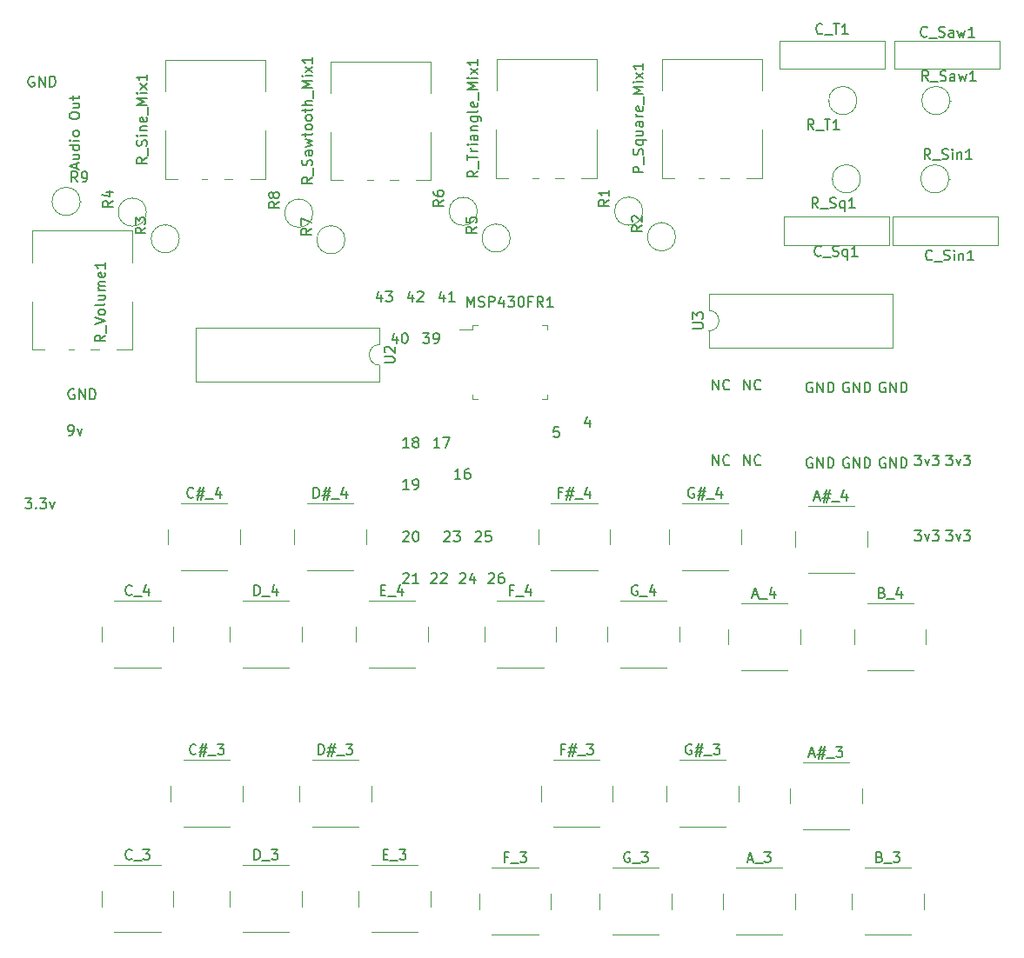
<source format=gbr>
%TF.GenerationSoftware,KiCad,Pcbnew,7.0.1-2.fc37*%
%TF.CreationDate,2023-04-06T11:21:41-04:00*%
%TF.ProjectId,synthesizer,73796e74-6865-4736-997a-65722e6b6963,rev?*%
%TF.SameCoordinates,Original*%
%TF.FileFunction,Legend,Top*%
%TF.FilePolarity,Positive*%
%FSLAX46Y46*%
G04 Gerber Fmt 4.6, Leading zero omitted, Abs format (unit mm)*
G04 Created by KiCad (PCBNEW 7.0.1-2.fc37) date 2023-04-06 11:21:41*
%MOMM*%
%LPD*%
G01*
G04 APERTURE LIST*
%ADD10C,0.150000*%
%ADD11C,0.120000*%
G04 APERTURE END LIST*
D10*
%TO.C,F#_4*%
X81285714Y-102938809D02*
X80952381Y-102938809D01*
X80952381Y-103462619D02*
X80952381Y-102462619D01*
X80952381Y-102462619D02*
X81428571Y-102462619D01*
X81761905Y-102795952D02*
X82476190Y-102795952D01*
X82047619Y-102367380D02*
X81761905Y-103653095D01*
X82380952Y-103224523D02*
X81666667Y-103224523D01*
X82095238Y-103653095D02*
X82380952Y-102367380D01*
X82571429Y-103557857D02*
X83333333Y-103557857D01*
X84000000Y-102795952D02*
X84000000Y-103462619D01*
X83761905Y-102415000D02*
X83523810Y-103129285D01*
X83523810Y-103129285D02*
X84142857Y-103129285D01*
%TO.C,C_Sin1*%
X117330714Y-80237380D02*
X117283095Y-80285000D01*
X117283095Y-80285000D02*
X117140238Y-80332619D01*
X117140238Y-80332619D02*
X117045000Y-80332619D01*
X117045000Y-80332619D02*
X116902143Y-80285000D01*
X116902143Y-80285000D02*
X116806905Y-80189761D01*
X116806905Y-80189761D02*
X116759286Y-80094523D01*
X116759286Y-80094523D02*
X116711667Y-79904047D01*
X116711667Y-79904047D02*
X116711667Y-79761190D01*
X116711667Y-79761190D02*
X116759286Y-79570714D01*
X116759286Y-79570714D02*
X116806905Y-79475476D01*
X116806905Y-79475476D02*
X116902143Y-79380238D01*
X116902143Y-79380238D02*
X117045000Y-79332619D01*
X117045000Y-79332619D02*
X117140238Y-79332619D01*
X117140238Y-79332619D02*
X117283095Y-79380238D01*
X117283095Y-79380238D02*
X117330714Y-79427857D01*
X117521191Y-80427857D02*
X118283095Y-80427857D01*
X118473572Y-80285000D02*
X118616429Y-80332619D01*
X118616429Y-80332619D02*
X118854524Y-80332619D01*
X118854524Y-80332619D02*
X118949762Y-80285000D01*
X118949762Y-80285000D02*
X118997381Y-80237380D01*
X118997381Y-80237380D02*
X119045000Y-80142142D01*
X119045000Y-80142142D02*
X119045000Y-80046904D01*
X119045000Y-80046904D02*
X118997381Y-79951666D01*
X118997381Y-79951666D02*
X118949762Y-79904047D01*
X118949762Y-79904047D02*
X118854524Y-79856428D01*
X118854524Y-79856428D02*
X118664048Y-79808809D01*
X118664048Y-79808809D02*
X118568810Y-79761190D01*
X118568810Y-79761190D02*
X118521191Y-79713571D01*
X118521191Y-79713571D02*
X118473572Y-79618333D01*
X118473572Y-79618333D02*
X118473572Y-79523095D01*
X118473572Y-79523095D02*
X118521191Y-79427857D01*
X118521191Y-79427857D02*
X118568810Y-79380238D01*
X118568810Y-79380238D02*
X118664048Y-79332619D01*
X118664048Y-79332619D02*
X118902143Y-79332619D01*
X118902143Y-79332619D02*
X119045000Y-79380238D01*
X119473572Y-80332619D02*
X119473572Y-79665952D01*
X119473572Y-79332619D02*
X119425953Y-79380238D01*
X119425953Y-79380238D02*
X119473572Y-79427857D01*
X119473572Y-79427857D02*
X119521191Y-79380238D01*
X119521191Y-79380238D02*
X119473572Y-79332619D01*
X119473572Y-79332619D02*
X119473572Y-79427857D01*
X119949762Y-79665952D02*
X119949762Y-80332619D01*
X119949762Y-79761190D02*
X119997381Y-79713571D01*
X119997381Y-79713571D02*
X120092619Y-79665952D01*
X120092619Y-79665952D02*
X120235476Y-79665952D01*
X120235476Y-79665952D02*
X120330714Y-79713571D01*
X120330714Y-79713571D02*
X120378333Y-79808809D01*
X120378333Y-79808809D02*
X120378333Y-80332619D01*
X121378333Y-80332619D02*
X120806905Y-80332619D01*
X121092619Y-80332619D02*
X121092619Y-79332619D01*
X121092619Y-79332619D02*
X120997381Y-79475476D01*
X120997381Y-79475476D02*
X120902143Y-79570714D01*
X120902143Y-79570714D02*
X120806905Y-79618333D01*
%TO.C,D_3*%
X51380952Y-138712619D02*
X51380952Y-137712619D01*
X51380952Y-137712619D02*
X51619047Y-137712619D01*
X51619047Y-137712619D02*
X51761904Y-137760238D01*
X51761904Y-137760238D02*
X51857142Y-137855476D01*
X51857142Y-137855476D02*
X51904761Y-137950714D01*
X51904761Y-137950714D02*
X51952380Y-138141190D01*
X51952380Y-138141190D02*
X51952380Y-138284047D01*
X51952380Y-138284047D02*
X51904761Y-138474523D01*
X51904761Y-138474523D02*
X51857142Y-138569761D01*
X51857142Y-138569761D02*
X51761904Y-138665000D01*
X51761904Y-138665000D02*
X51619047Y-138712619D01*
X51619047Y-138712619D02*
X51380952Y-138712619D01*
X52142857Y-138807857D02*
X52904761Y-138807857D01*
X53047619Y-137712619D02*
X53666666Y-137712619D01*
X53666666Y-137712619D02*
X53333333Y-138093571D01*
X53333333Y-138093571D02*
X53476190Y-138093571D01*
X53476190Y-138093571D02*
X53571428Y-138141190D01*
X53571428Y-138141190D02*
X53619047Y-138188809D01*
X53619047Y-138188809D02*
X53666666Y-138284047D01*
X53666666Y-138284047D02*
X53666666Y-138522142D01*
X53666666Y-138522142D02*
X53619047Y-138617380D01*
X53619047Y-138617380D02*
X53571428Y-138665000D01*
X53571428Y-138665000D02*
X53476190Y-138712619D01*
X53476190Y-138712619D02*
X53190476Y-138712619D01*
X53190476Y-138712619D02*
X53095238Y-138665000D01*
X53095238Y-138665000D02*
X53047619Y-138617380D01*
%TO.C,3v3*%
X115649524Y-99316619D02*
X116268571Y-99316619D01*
X116268571Y-99316619D02*
X115935238Y-99697571D01*
X115935238Y-99697571D02*
X116078095Y-99697571D01*
X116078095Y-99697571D02*
X116173333Y-99745190D01*
X116173333Y-99745190D02*
X116220952Y-99792809D01*
X116220952Y-99792809D02*
X116268571Y-99888047D01*
X116268571Y-99888047D02*
X116268571Y-100126142D01*
X116268571Y-100126142D02*
X116220952Y-100221380D01*
X116220952Y-100221380D02*
X116173333Y-100269000D01*
X116173333Y-100269000D02*
X116078095Y-100316619D01*
X116078095Y-100316619D02*
X115792381Y-100316619D01*
X115792381Y-100316619D02*
X115697143Y-100269000D01*
X115697143Y-100269000D02*
X115649524Y-100221380D01*
X116601905Y-99649952D02*
X116840000Y-100316619D01*
X116840000Y-100316619D02*
X117078095Y-99649952D01*
X117363810Y-99316619D02*
X117982857Y-99316619D01*
X117982857Y-99316619D02*
X117649524Y-99697571D01*
X117649524Y-99697571D02*
X117792381Y-99697571D01*
X117792381Y-99697571D02*
X117887619Y-99745190D01*
X117887619Y-99745190D02*
X117935238Y-99792809D01*
X117935238Y-99792809D02*
X117982857Y-99888047D01*
X117982857Y-99888047D02*
X117982857Y-100126142D01*
X117982857Y-100126142D02*
X117935238Y-100221380D01*
X117935238Y-100221380D02*
X117887619Y-100269000D01*
X117887619Y-100269000D02*
X117792381Y-100316619D01*
X117792381Y-100316619D02*
X117506667Y-100316619D01*
X117506667Y-100316619D02*
X117411429Y-100269000D01*
X117411429Y-100269000D02*
X117363810Y-100221380D01*
%TO.C,R3*%
X40792619Y-77136666D02*
X40316428Y-77469999D01*
X40792619Y-77708094D02*
X39792619Y-77708094D01*
X39792619Y-77708094D02*
X39792619Y-77327142D01*
X39792619Y-77327142D02*
X39840238Y-77231904D01*
X39840238Y-77231904D02*
X39887857Y-77184285D01*
X39887857Y-77184285D02*
X39983095Y-77136666D01*
X39983095Y-77136666D02*
X40125952Y-77136666D01*
X40125952Y-77136666D02*
X40221190Y-77184285D01*
X40221190Y-77184285D02*
X40268809Y-77231904D01*
X40268809Y-77231904D02*
X40316428Y-77327142D01*
X40316428Y-77327142D02*
X40316428Y-77708094D01*
X39792619Y-76803332D02*
X39792619Y-76184285D01*
X39792619Y-76184285D02*
X40173571Y-76517618D01*
X40173571Y-76517618D02*
X40173571Y-76374761D01*
X40173571Y-76374761D02*
X40221190Y-76279523D01*
X40221190Y-76279523D02*
X40268809Y-76231904D01*
X40268809Y-76231904D02*
X40364047Y-76184285D01*
X40364047Y-76184285D02*
X40602142Y-76184285D01*
X40602142Y-76184285D02*
X40697380Y-76231904D01*
X40697380Y-76231904D02*
X40745000Y-76279523D01*
X40745000Y-76279523D02*
X40792619Y-76374761D01*
X40792619Y-76374761D02*
X40792619Y-76660475D01*
X40792619Y-76660475D02*
X40745000Y-76755713D01*
X40745000Y-76755713D02*
X40697380Y-76803332D01*
%TO.C,U2*%
X64022619Y-90296904D02*
X64832142Y-90296904D01*
X64832142Y-90296904D02*
X64927380Y-90249285D01*
X64927380Y-90249285D02*
X64975000Y-90201666D01*
X64975000Y-90201666D02*
X65022619Y-90106428D01*
X65022619Y-90106428D02*
X65022619Y-89915952D01*
X65022619Y-89915952D02*
X64975000Y-89820714D01*
X64975000Y-89820714D02*
X64927380Y-89773095D01*
X64927380Y-89773095D02*
X64832142Y-89725476D01*
X64832142Y-89725476D02*
X64022619Y-89725476D01*
X64117857Y-89296904D02*
X64070238Y-89249285D01*
X64070238Y-89249285D02*
X64022619Y-89154047D01*
X64022619Y-89154047D02*
X64022619Y-88915952D01*
X64022619Y-88915952D02*
X64070238Y-88820714D01*
X64070238Y-88820714D02*
X64117857Y-88773095D01*
X64117857Y-88773095D02*
X64213095Y-88725476D01*
X64213095Y-88725476D02*
X64308333Y-88725476D01*
X64308333Y-88725476D02*
X64451190Y-88773095D01*
X64451190Y-88773095D02*
X65022619Y-89344523D01*
X65022619Y-89344523D02*
X65022619Y-88725476D01*
%TO.C,A#_4*%
X105904762Y-103426904D02*
X106380952Y-103426904D01*
X105809524Y-103712619D02*
X106142857Y-102712619D01*
X106142857Y-102712619D02*
X106476190Y-103712619D01*
X106761905Y-103045952D02*
X107476190Y-103045952D01*
X107047619Y-102617380D02*
X106761905Y-103903095D01*
X107380952Y-103474523D02*
X106666667Y-103474523D01*
X107095238Y-103903095D02*
X107380952Y-102617380D01*
X107571429Y-103807857D02*
X108333333Y-103807857D01*
X109000000Y-103045952D02*
X109000000Y-103712619D01*
X108761905Y-102665000D02*
X108523810Y-103379285D01*
X108523810Y-103379285D02*
X109142857Y-103379285D01*
%TO.C,C_4*%
X39452380Y-112867380D02*
X39404761Y-112915000D01*
X39404761Y-112915000D02*
X39261904Y-112962619D01*
X39261904Y-112962619D02*
X39166666Y-112962619D01*
X39166666Y-112962619D02*
X39023809Y-112915000D01*
X39023809Y-112915000D02*
X38928571Y-112819761D01*
X38928571Y-112819761D02*
X38880952Y-112724523D01*
X38880952Y-112724523D02*
X38833333Y-112534047D01*
X38833333Y-112534047D02*
X38833333Y-112391190D01*
X38833333Y-112391190D02*
X38880952Y-112200714D01*
X38880952Y-112200714D02*
X38928571Y-112105476D01*
X38928571Y-112105476D02*
X39023809Y-112010238D01*
X39023809Y-112010238D02*
X39166666Y-111962619D01*
X39166666Y-111962619D02*
X39261904Y-111962619D01*
X39261904Y-111962619D02*
X39404761Y-112010238D01*
X39404761Y-112010238D02*
X39452380Y-112057857D01*
X39642857Y-113057857D02*
X40404761Y-113057857D01*
X41071428Y-112295952D02*
X41071428Y-112962619D01*
X40833333Y-111915000D02*
X40595238Y-112629285D01*
X40595238Y-112629285D02*
X41214285Y-112629285D01*
%TO.C,E_4*%
X63678571Y-112438809D02*
X64011904Y-112438809D01*
X64154761Y-112962619D02*
X63678571Y-112962619D01*
X63678571Y-112962619D02*
X63678571Y-111962619D01*
X63678571Y-111962619D02*
X64154761Y-111962619D01*
X64345238Y-113057857D02*
X65107142Y-113057857D01*
X65773809Y-112295952D02*
X65773809Y-112962619D01*
X65535714Y-111915000D02*
X65297619Y-112629285D01*
X65297619Y-112629285D02*
X65916666Y-112629285D01*
%TO.C,R2*%
X89092619Y-76941666D02*
X88616428Y-77274999D01*
X89092619Y-77513094D02*
X88092619Y-77513094D01*
X88092619Y-77513094D02*
X88092619Y-77132142D01*
X88092619Y-77132142D02*
X88140238Y-77036904D01*
X88140238Y-77036904D02*
X88187857Y-76989285D01*
X88187857Y-76989285D02*
X88283095Y-76941666D01*
X88283095Y-76941666D02*
X88425952Y-76941666D01*
X88425952Y-76941666D02*
X88521190Y-76989285D01*
X88521190Y-76989285D02*
X88568809Y-77036904D01*
X88568809Y-77036904D02*
X88616428Y-77132142D01*
X88616428Y-77132142D02*
X88616428Y-77513094D01*
X88187857Y-76560713D02*
X88140238Y-76513094D01*
X88140238Y-76513094D02*
X88092619Y-76417856D01*
X88092619Y-76417856D02*
X88092619Y-76179761D01*
X88092619Y-76179761D02*
X88140238Y-76084523D01*
X88140238Y-76084523D02*
X88187857Y-76036904D01*
X88187857Y-76036904D02*
X88283095Y-75989285D01*
X88283095Y-75989285D02*
X88378333Y-75989285D01*
X88378333Y-75989285D02*
X88521190Y-76036904D01*
X88521190Y-76036904D02*
X89092619Y-76608332D01*
X89092619Y-76608332D02*
X89092619Y-75989285D01*
%TO.C,40*%
X65246285Y-87747952D02*
X65246285Y-88414619D01*
X65008190Y-87367000D02*
X64770095Y-88081285D01*
X64770095Y-88081285D02*
X65389142Y-88081285D01*
X65960571Y-87414619D02*
X66055809Y-87414619D01*
X66055809Y-87414619D02*
X66151047Y-87462238D01*
X66151047Y-87462238D02*
X66198666Y-87509857D01*
X66198666Y-87509857D02*
X66246285Y-87605095D01*
X66246285Y-87605095D02*
X66293904Y-87795571D01*
X66293904Y-87795571D02*
X66293904Y-88033666D01*
X66293904Y-88033666D02*
X66246285Y-88224142D01*
X66246285Y-88224142D02*
X66198666Y-88319380D01*
X66198666Y-88319380D02*
X66151047Y-88367000D01*
X66151047Y-88367000D02*
X66055809Y-88414619D01*
X66055809Y-88414619D02*
X65960571Y-88414619D01*
X65960571Y-88414619D02*
X65865333Y-88367000D01*
X65865333Y-88367000D02*
X65817714Y-88319380D01*
X65817714Y-88319380D02*
X65770095Y-88224142D01*
X65770095Y-88224142D02*
X65722476Y-88033666D01*
X65722476Y-88033666D02*
X65722476Y-87795571D01*
X65722476Y-87795571D02*
X65770095Y-87605095D01*
X65770095Y-87605095D02*
X65817714Y-87509857D01*
X65817714Y-87509857D02*
X65865333Y-87462238D01*
X65865333Y-87462238D02*
X65960571Y-87414619D01*
%TO.C,20*%
X65838095Y-106813857D02*
X65885714Y-106766238D01*
X65885714Y-106766238D02*
X65980952Y-106718619D01*
X65980952Y-106718619D02*
X66219047Y-106718619D01*
X66219047Y-106718619D02*
X66314285Y-106766238D01*
X66314285Y-106766238D02*
X66361904Y-106813857D01*
X66361904Y-106813857D02*
X66409523Y-106909095D01*
X66409523Y-106909095D02*
X66409523Y-107004333D01*
X66409523Y-107004333D02*
X66361904Y-107147190D01*
X66361904Y-107147190D02*
X65790476Y-107718619D01*
X65790476Y-107718619D02*
X66409523Y-107718619D01*
X67028571Y-106718619D02*
X67123809Y-106718619D01*
X67123809Y-106718619D02*
X67219047Y-106766238D01*
X67219047Y-106766238D02*
X67266666Y-106813857D01*
X67266666Y-106813857D02*
X67314285Y-106909095D01*
X67314285Y-106909095D02*
X67361904Y-107099571D01*
X67361904Y-107099571D02*
X67361904Y-107337666D01*
X67361904Y-107337666D02*
X67314285Y-107528142D01*
X67314285Y-107528142D02*
X67266666Y-107623380D01*
X67266666Y-107623380D02*
X67219047Y-107671000D01*
X67219047Y-107671000D02*
X67123809Y-107718619D01*
X67123809Y-107718619D02*
X67028571Y-107718619D01*
X67028571Y-107718619D02*
X66933333Y-107671000D01*
X66933333Y-107671000D02*
X66885714Y-107623380D01*
X66885714Y-107623380D02*
X66838095Y-107528142D01*
X66838095Y-107528142D02*
X66790476Y-107337666D01*
X66790476Y-107337666D02*
X66790476Y-107099571D01*
X66790476Y-107099571D02*
X66838095Y-106909095D01*
X66838095Y-106909095D02*
X66885714Y-106813857D01*
X66885714Y-106813857D02*
X66933333Y-106766238D01*
X66933333Y-106766238D02*
X67028571Y-106718619D01*
%TO.C,R_Sine_Mix1*%
X40922619Y-70328095D02*
X40446428Y-70661428D01*
X40922619Y-70899523D02*
X39922619Y-70899523D01*
X39922619Y-70899523D02*
X39922619Y-70518571D01*
X39922619Y-70518571D02*
X39970238Y-70423333D01*
X39970238Y-70423333D02*
X40017857Y-70375714D01*
X40017857Y-70375714D02*
X40113095Y-70328095D01*
X40113095Y-70328095D02*
X40255952Y-70328095D01*
X40255952Y-70328095D02*
X40351190Y-70375714D01*
X40351190Y-70375714D02*
X40398809Y-70423333D01*
X40398809Y-70423333D02*
X40446428Y-70518571D01*
X40446428Y-70518571D02*
X40446428Y-70899523D01*
X41017857Y-70137619D02*
X41017857Y-69375714D01*
X40875000Y-69185237D02*
X40922619Y-69042380D01*
X40922619Y-69042380D02*
X40922619Y-68804285D01*
X40922619Y-68804285D02*
X40875000Y-68709047D01*
X40875000Y-68709047D02*
X40827380Y-68661428D01*
X40827380Y-68661428D02*
X40732142Y-68613809D01*
X40732142Y-68613809D02*
X40636904Y-68613809D01*
X40636904Y-68613809D02*
X40541666Y-68661428D01*
X40541666Y-68661428D02*
X40494047Y-68709047D01*
X40494047Y-68709047D02*
X40446428Y-68804285D01*
X40446428Y-68804285D02*
X40398809Y-68994761D01*
X40398809Y-68994761D02*
X40351190Y-69089999D01*
X40351190Y-69089999D02*
X40303571Y-69137618D01*
X40303571Y-69137618D02*
X40208333Y-69185237D01*
X40208333Y-69185237D02*
X40113095Y-69185237D01*
X40113095Y-69185237D02*
X40017857Y-69137618D01*
X40017857Y-69137618D02*
X39970238Y-69089999D01*
X39970238Y-69089999D02*
X39922619Y-68994761D01*
X39922619Y-68994761D02*
X39922619Y-68756666D01*
X39922619Y-68756666D02*
X39970238Y-68613809D01*
X40922619Y-68185237D02*
X40255952Y-68185237D01*
X39922619Y-68185237D02*
X39970238Y-68232856D01*
X39970238Y-68232856D02*
X40017857Y-68185237D01*
X40017857Y-68185237D02*
X39970238Y-68137618D01*
X39970238Y-68137618D02*
X39922619Y-68185237D01*
X39922619Y-68185237D02*
X40017857Y-68185237D01*
X40255952Y-67709047D02*
X40922619Y-67709047D01*
X40351190Y-67709047D02*
X40303571Y-67661428D01*
X40303571Y-67661428D02*
X40255952Y-67566190D01*
X40255952Y-67566190D02*
X40255952Y-67423333D01*
X40255952Y-67423333D02*
X40303571Y-67328095D01*
X40303571Y-67328095D02*
X40398809Y-67280476D01*
X40398809Y-67280476D02*
X40922619Y-67280476D01*
X40875000Y-66423333D02*
X40922619Y-66518571D01*
X40922619Y-66518571D02*
X40922619Y-66709047D01*
X40922619Y-66709047D02*
X40875000Y-66804285D01*
X40875000Y-66804285D02*
X40779761Y-66851904D01*
X40779761Y-66851904D02*
X40398809Y-66851904D01*
X40398809Y-66851904D02*
X40303571Y-66804285D01*
X40303571Y-66804285D02*
X40255952Y-66709047D01*
X40255952Y-66709047D02*
X40255952Y-66518571D01*
X40255952Y-66518571D02*
X40303571Y-66423333D01*
X40303571Y-66423333D02*
X40398809Y-66375714D01*
X40398809Y-66375714D02*
X40494047Y-66375714D01*
X40494047Y-66375714D02*
X40589285Y-66851904D01*
X41017857Y-66185238D02*
X41017857Y-65423333D01*
X40922619Y-65185237D02*
X39922619Y-65185237D01*
X39922619Y-65185237D02*
X40636904Y-64851904D01*
X40636904Y-64851904D02*
X39922619Y-64518571D01*
X39922619Y-64518571D02*
X40922619Y-64518571D01*
X40922619Y-64042380D02*
X40255952Y-64042380D01*
X39922619Y-64042380D02*
X39970238Y-64089999D01*
X39970238Y-64089999D02*
X40017857Y-64042380D01*
X40017857Y-64042380D02*
X39970238Y-63994761D01*
X39970238Y-63994761D02*
X39922619Y-64042380D01*
X39922619Y-64042380D02*
X40017857Y-64042380D01*
X40922619Y-63661428D02*
X40255952Y-63137619D01*
X40255952Y-63661428D02*
X40922619Y-63137619D01*
X40922619Y-62232857D02*
X40922619Y-62804285D01*
X40922619Y-62518571D02*
X39922619Y-62518571D01*
X39922619Y-62518571D02*
X40065476Y-62613809D01*
X40065476Y-62613809D02*
X40160714Y-62709047D01*
X40160714Y-62709047D02*
X40208333Y-62804285D01*
%TO.C,GND*%
X109220095Y-92252238D02*
X109124857Y-92204619D01*
X109124857Y-92204619D02*
X108982000Y-92204619D01*
X108982000Y-92204619D02*
X108839143Y-92252238D01*
X108839143Y-92252238D02*
X108743905Y-92347476D01*
X108743905Y-92347476D02*
X108696286Y-92442714D01*
X108696286Y-92442714D02*
X108648667Y-92633190D01*
X108648667Y-92633190D02*
X108648667Y-92776047D01*
X108648667Y-92776047D02*
X108696286Y-92966523D01*
X108696286Y-92966523D02*
X108743905Y-93061761D01*
X108743905Y-93061761D02*
X108839143Y-93157000D01*
X108839143Y-93157000D02*
X108982000Y-93204619D01*
X108982000Y-93204619D02*
X109077238Y-93204619D01*
X109077238Y-93204619D02*
X109220095Y-93157000D01*
X109220095Y-93157000D02*
X109267714Y-93109380D01*
X109267714Y-93109380D02*
X109267714Y-92776047D01*
X109267714Y-92776047D02*
X109077238Y-92776047D01*
X109696286Y-93204619D02*
X109696286Y-92204619D01*
X109696286Y-92204619D02*
X110267714Y-93204619D01*
X110267714Y-93204619D02*
X110267714Y-92204619D01*
X110743905Y-93204619D02*
X110743905Y-92204619D01*
X110743905Y-92204619D02*
X110982000Y-92204619D01*
X110982000Y-92204619D02*
X111124857Y-92252238D01*
X111124857Y-92252238D02*
X111220095Y-92347476D01*
X111220095Y-92347476D02*
X111267714Y-92442714D01*
X111267714Y-92442714D02*
X111315333Y-92633190D01*
X111315333Y-92633190D02*
X111315333Y-92776047D01*
X111315333Y-92776047D02*
X111267714Y-92966523D01*
X111267714Y-92966523D02*
X111220095Y-93061761D01*
X111220095Y-93061761D02*
X111124857Y-93157000D01*
X111124857Y-93157000D02*
X110982000Y-93204619D01*
X110982000Y-93204619D02*
X110743905Y-93204619D01*
X112776095Y-99586238D02*
X112680857Y-99538619D01*
X112680857Y-99538619D02*
X112538000Y-99538619D01*
X112538000Y-99538619D02*
X112395143Y-99586238D01*
X112395143Y-99586238D02*
X112299905Y-99681476D01*
X112299905Y-99681476D02*
X112252286Y-99776714D01*
X112252286Y-99776714D02*
X112204667Y-99967190D01*
X112204667Y-99967190D02*
X112204667Y-100110047D01*
X112204667Y-100110047D02*
X112252286Y-100300523D01*
X112252286Y-100300523D02*
X112299905Y-100395761D01*
X112299905Y-100395761D02*
X112395143Y-100491000D01*
X112395143Y-100491000D02*
X112538000Y-100538619D01*
X112538000Y-100538619D02*
X112633238Y-100538619D01*
X112633238Y-100538619D02*
X112776095Y-100491000D01*
X112776095Y-100491000D02*
X112823714Y-100443380D01*
X112823714Y-100443380D02*
X112823714Y-100110047D01*
X112823714Y-100110047D02*
X112633238Y-100110047D01*
X113252286Y-100538619D02*
X113252286Y-99538619D01*
X113252286Y-99538619D02*
X113823714Y-100538619D01*
X113823714Y-100538619D02*
X113823714Y-99538619D01*
X114299905Y-100538619D02*
X114299905Y-99538619D01*
X114299905Y-99538619D02*
X114538000Y-99538619D01*
X114538000Y-99538619D02*
X114680857Y-99586238D01*
X114680857Y-99586238D02*
X114776095Y-99681476D01*
X114776095Y-99681476D02*
X114823714Y-99776714D01*
X114823714Y-99776714D02*
X114871333Y-99967190D01*
X114871333Y-99967190D02*
X114871333Y-100110047D01*
X114871333Y-100110047D02*
X114823714Y-100300523D01*
X114823714Y-100300523D02*
X114776095Y-100395761D01*
X114776095Y-100395761D02*
X114680857Y-100491000D01*
X114680857Y-100491000D02*
X114538000Y-100538619D01*
X114538000Y-100538619D02*
X114299905Y-100538619D01*
X105664095Y-99586238D02*
X105568857Y-99538619D01*
X105568857Y-99538619D02*
X105426000Y-99538619D01*
X105426000Y-99538619D02*
X105283143Y-99586238D01*
X105283143Y-99586238D02*
X105187905Y-99681476D01*
X105187905Y-99681476D02*
X105140286Y-99776714D01*
X105140286Y-99776714D02*
X105092667Y-99967190D01*
X105092667Y-99967190D02*
X105092667Y-100110047D01*
X105092667Y-100110047D02*
X105140286Y-100300523D01*
X105140286Y-100300523D02*
X105187905Y-100395761D01*
X105187905Y-100395761D02*
X105283143Y-100491000D01*
X105283143Y-100491000D02*
X105426000Y-100538619D01*
X105426000Y-100538619D02*
X105521238Y-100538619D01*
X105521238Y-100538619D02*
X105664095Y-100491000D01*
X105664095Y-100491000D02*
X105711714Y-100443380D01*
X105711714Y-100443380D02*
X105711714Y-100110047D01*
X105711714Y-100110047D02*
X105521238Y-100110047D01*
X106140286Y-100538619D02*
X106140286Y-99538619D01*
X106140286Y-99538619D02*
X106711714Y-100538619D01*
X106711714Y-100538619D02*
X106711714Y-99538619D01*
X107187905Y-100538619D02*
X107187905Y-99538619D01*
X107187905Y-99538619D02*
X107426000Y-99538619D01*
X107426000Y-99538619D02*
X107568857Y-99586238D01*
X107568857Y-99586238D02*
X107664095Y-99681476D01*
X107664095Y-99681476D02*
X107711714Y-99776714D01*
X107711714Y-99776714D02*
X107759333Y-99967190D01*
X107759333Y-99967190D02*
X107759333Y-100110047D01*
X107759333Y-100110047D02*
X107711714Y-100300523D01*
X107711714Y-100300523D02*
X107664095Y-100395761D01*
X107664095Y-100395761D02*
X107568857Y-100491000D01*
X107568857Y-100491000D02*
X107426000Y-100538619D01*
X107426000Y-100538619D02*
X107187905Y-100538619D01*
%TO.C,24*%
X71374095Y-110877857D02*
X71421714Y-110830238D01*
X71421714Y-110830238D02*
X71516952Y-110782619D01*
X71516952Y-110782619D02*
X71755047Y-110782619D01*
X71755047Y-110782619D02*
X71850285Y-110830238D01*
X71850285Y-110830238D02*
X71897904Y-110877857D01*
X71897904Y-110877857D02*
X71945523Y-110973095D01*
X71945523Y-110973095D02*
X71945523Y-111068333D01*
X71945523Y-111068333D02*
X71897904Y-111211190D01*
X71897904Y-111211190D02*
X71326476Y-111782619D01*
X71326476Y-111782619D02*
X71945523Y-111782619D01*
X72802666Y-111115952D02*
X72802666Y-111782619D01*
X72564571Y-110735000D02*
X72326476Y-111449285D01*
X72326476Y-111449285D02*
X72945523Y-111449285D01*
%TO.C,R7*%
X56917619Y-77226666D02*
X56441428Y-77559999D01*
X56917619Y-77798094D02*
X55917619Y-77798094D01*
X55917619Y-77798094D02*
X55917619Y-77417142D01*
X55917619Y-77417142D02*
X55965238Y-77321904D01*
X55965238Y-77321904D02*
X56012857Y-77274285D01*
X56012857Y-77274285D02*
X56108095Y-77226666D01*
X56108095Y-77226666D02*
X56250952Y-77226666D01*
X56250952Y-77226666D02*
X56346190Y-77274285D01*
X56346190Y-77274285D02*
X56393809Y-77321904D01*
X56393809Y-77321904D02*
X56441428Y-77417142D01*
X56441428Y-77417142D02*
X56441428Y-77798094D01*
X55917619Y-76893332D02*
X55917619Y-76226666D01*
X55917619Y-76226666D02*
X56917619Y-76655237D01*
%TO.C,18*%
X66409523Y-98574619D02*
X65838095Y-98574619D01*
X66123809Y-98574619D02*
X66123809Y-97574619D01*
X66123809Y-97574619D02*
X66028571Y-97717476D01*
X66028571Y-97717476D02*
X65933333Y-97812714D01*
X65933333Y-97812714D02*
X65838095Y-97860333D01*
X66980952Y-98003190D02*
X66885714Y-97955571D01*
X66885714Y-97955571D02*
X66838095Y-97907952D01*
X66838095Y-97907952D02*
X66790476Y-97812714D01*
X66790476Y-97812714D02*
X66790476Y-97765095D01*
X66790476Y-97765095D02*
X66838095Y-97669857D01*
X66838095Y-97669857D02*
X66885714Y-97622238D01*
X66885714Y-97622238D02*
X66980952Y-97574619D01*
X66980952Y-97574619D02*
X67171428Y-97574619D01*
X67171428Y-97574619D02*
X67266666Y-97622238D01*
X67266666Y-97622238D02*
X67314285Y-97669857D01*
X67314285Y-97669857D02*
X67361904Y-97765095D01*
X67361904Y-97765095D02*
X67361904Y-97812714D01*
X67361904Y-97812714D02*
X67314285Y-97907952D01*
X67314285Y-97907952D02*
X67266666Y-97955571D01*
X67266666Y-97955571D02*
X67171428Y-98003190D01*
X67171428Y-98003190D02*
X66980952Y-98003190D01*
X66980952Y-98003190D02*
X66885714Y-98050809D01*
X66885714Y-98050809D02*
X66838095Y-98098428D01*
X66838095Y-98098428D02*
X66790476Y-98193666D01*
X66790476Y-98193666D02*
X66790476Y-98384142D01*
X66790476Y-98384142D02*
X66838095Y-98479380D01*
X66838095Y-98479380D02*
X66885714Y-98527000D01*
X66885714Y-98527000D02*
X66980952Y-98574619D01*
X66980952Y-98574619D02*
X67171428Y-98574619D01*
X67171428Y-98574619D02*
X67266666Y-98527000D01*
X67266666Y-98527000D02*
X67314285Y-98479380D01*
X67314285Y-98479380D02*
X67361904Y-98384142D01*
X67361904Y-98384142D02*
X67361904Y-98193666D01*
X67361904Y-98193666D02*
X67314285Y-98098428D01*
X67314285Y-98098428D02*
X67266666Y-98050809D01*
X67266666Y-98050809D02*
X67171428Y-98003190D01*
%TO.C,GND*%
X109220095Y-99586238D02*
X109124857Y-99538619D01*
X109124857Y-99538619D02*
X108982000Y-99538619D01*
X108982000Y-99538619D02*
X108839143Y-99586238D01*
X108839143Y-99586238D02*
X108743905Y-99681476D01*
X108743905Y-99681476D02*
X108696286Y-99776714D01*
X108696286Y-99776714D02*
X108648667Y-99967190D01*
X108648667Y-99967190D02*
X108648667Y-100110047D01*
X108648667Y-100110047D02*
X108696286Y-100300523D01*
X108696286Y-100300523D02*
X108743905Y-100395761D01*
X108743905Y-100395761D02*
X108839143Y-100491000D01*
X108839143Y-100491000D02*
X108982000Y-100538619D01*
X108982000Y-100538619D02*
X109077238Y-100538619D01*
X109077238Y-100538619D02*
X109220095Y-100491000D01*
X109220095Y-100491000D02*
X109267714Y-100443380D01*
X109267714Y-100443380D02*
X109267714Y-100110047D01*
X109267714Y-100110047D02*
X109077238Y-100110047D01*
X109696286Y-100538619D02*
X109696286Y-99538619D01*
X109696286Y-99538619D02*
X110267714Y-100538619D01*
X110267714Y-100538619D02*
X110267714Y-99538619D01*
X110743905Y-100538619D02*
X110743905Y-99538619D01*
X110743905Y-99538619D02*
X110982000Y-99538619D01*
X110982000Y-99538619D02*
X111124857Y-99586238D01*
X111124857Y-99586238D02*
X111220095Y-99681476D01*
X111220095Y-99681476D02*
X111267714Y-99776714D01*
X111267714Y-99776714D02*
X111315333Y-99967190D01*
X111315333Y-99967190D02*
X111315333Y-100110047D01*
X111315333Y-100110047D02*
X111267714Y-100300523D01*
X111267714Y-100300523D02*
X111220095Y-100395761D01*
X111220095Y-100395761D02*
X111124857Y-100491000D01*
X111124857Y-100491000D02*
X110982000Y-100538619D01*
X110982000Y-100538619D02*
X110743905Y-100538619D01*
%TO.C,3v3*%
X115649524Y-106650619D02*
X116268571Y-106650619D01*
X116268571Y-106650619D02*
X115935238Y-107031571D01*
X115935238Y-107031571D02*
X116078095Y-107031571D01*
X116078095Y-107031571D02*
X116173333Y-107079190D01*
X116173333Y-107079190D02*
X116220952Y-107126809D01*
X116220952Y-107126809D02*
X116268571Y-107222047D01*
X116268571Y-107222047D02*
X116268571Y-107460142D01*
X116268571Y-107460142D02*
X116220952Y-107555380D01*
X116220952Y-107555380D02*
X116173333Y-107603000D01*
X116173333Y-107603000D02*
X116078095Y-107650619D01*
X116078095Y-107650619D02*
X115792381Y-107650619D01*
X115792381Y-107650619D02*
X115697143Y-107603000D01*
X115697143Y-107603000D02*
X115649524Y-107555380D01*
X116601905Y-106983952D02*
X116840000Y-107650619D01*
X116840000Y-107650619D02*
X117078095Y-106983952D01*
X117363810Y-106650619D02*
X117982857Y-106650619D01*
X117982857Y-106650619D02*
X117649524Y-107031571D01*
X117649524Y-107031571D02*
X117792381Y-107031571D01*
X117792381Y-107031571D02*
X117887619Y-107079190D01*
X117887619Y-107079190D02*
X117935238Y-107126809D01*
X117935238Y-107126809D02*
X117982857Y-107222047D01*
X117982857Y-107222047D02*
X117982857Y-107460142D01*
X117982857Y-107460142D02*
X117935238Y-107555380D01*
X117935238Y-107555380D02*
X117887619Y-107603000D01*
X117887619Y-107603000D02*
X117792381Y-107650619D01*
X117792381Y-107650619D02*
X117506667Y-107650619D01*
X117506667Y-107650619D02*
X117411429Y-107603000D01*
X117411429Y-107603000D02*
X117363810Y-107555380D01*
%TO.C,U3*%
X94052619Y-86971904D02*
X94862142Y-86971904D01*
X94862142Y-86971904D02*
X94957380Y-86924285D01*
X94957380Y-86924285D02*
X95005000Y-86876666D01*
X95005000Y-86876666D02*
X95052619Y-86781428D01*
X95052619Y-86781428D02*
X95052619Y-86590952D01*
X95052619Y-86590952D02*
X95005000Y-86495714D01*
X95005000Y-86495714D02*
X94957380Y-86448095D01*
X94957380Y-86448095D02*
X94862142Y-86400476D01*
X94862142Y-86400476D02*
X94052619Y-86400476D01*
X94052619Y-86019523D02*
X94052619Y-85400476D01*
X94052619Y-85400476D02*
X94433571Y-85733809D01*
X94433571Y-85733809D02*
X94433571Y-85590952D01*
X94433571Y-85590952D02*
X94481190Y-85495714D01*
X94481190Y-85495714D02*
X94528809Y-85448095D01*
X94528809Y-85448095D02*
X94624047Y-85400476D01*
X94624047Y-85400476D02*
X94862142Y-85400476D01*
X94862142Y-85400476D02*
X94957380Y-85448095D01*
X94957380Y-85448095D02*
X95005000Y-85495714D01*
X95005000Y-85495714D02*
X95052619Y-85590952D01*
X95052619Y-85590952D02*
X95052619Y-85876666D01*
X95052619Y-85876666D02*
X95005000Y-85971904D01*
X95005000Y-85971904D02*
X94957380Y-86019523D01*
%TO.C,F#_3*%
X81535714Y-127938809D02*
X81202381Y-127938809D01*
X81202381Y-128462619D02*
X81202381Y-127462619D01*
X81202381Y-127462619D02*
X81678571Y-127462619D01*
X82011905Y-127795952D02*
X82726190Y-127795952D01*
X82297619Y-127367380D02*
X82011905Y-128653095D01*
X82630952Y-128224523D02*
X81916667Y-128224523D01*
X82345238Y-128653095D02*
X82630952Y-127367380D01*
X82821429Y-128557857D02*
X83583333Y-128557857D01*
X83726191Y-127462619D02*
X84345238Y-127462619D01*
X84345238Y-127462619D02*
X84011905Y-127843571D01*
X84011905Y-127843571D02*
X84154762Y-127843571D01*
X84154762Y-127843571D02*
X84250000Y-127891190D01*
X84250000Y-127891190D02*
X84297619Y-127938809D01*
X84297619Y-127938809D02*
X84345238Y-128034047D01*
X84345238Y-128034047D02*
X84345238Y-128272142D01*
X84345238Y-128272142D02*
X84297619Y-128367380D01*
X84297619Y-128367380D02*
X84250000Y-128415000D01*
X84250000Y-128415000D02*
X84154762Y-128462619D01*
X84154762Y-128462619D02*
X83869048Y-128462619D01*
X83869048Y-128462619D02*
X83773810Y-128415000D01*
X83773810Y-128415000D02*
X83726191Y-128367380D01*
%TO.C,16*%
X71437523Y-101622619D02*
X70866095Y-101622619D01*
X71151809Y-101622619D02*
X71151809Y-100622619D01*
X71151809Y-100622619D02*
X71056571Y-100765476D01*
X71056571Y-100765476D02*
X70961333Y-100860714D01*
X70961333Y-100860714D02*
X70866095Y-100908333D01*
X72294666Y-100622619D02*
X72104190Y-100622619D01*
X72104190Y-100622619D02*
X72008952Y-100670238D01*
X72008952Y-100670238D02*
X71961333Y-100717857D01*
X71961333Y-100717857D02*
X71866095Y-100860714D01*
X71866095Y-100860714D02*
X71818476Y-101051190D01*
X71818476Y-101051190D02*
X71818476Y-101432142D01*
X71818476Y-101432142D02*
X71866095Y-101527380D01*
X71866095Y-101527380D02*
X71913714Y-101575000D01*
X71913714Y-101575000D02*
X72008952Y-101622619D01*
X72008952Y-101622619D02*
X72199428Y-101622619D01*
X72199428Y-101622619D02*
X72294666Y-101575000D01*
X72294666Y-101575000D02*
X72342285Y-101527380D01*
X72342285Y-101527380D02*
X72389904Y-101432142D01*
X72389904Y-101432142D02*
X72389904Y-101194047D01*
X72389904Y-101194047D02*
X72342285Y-101098809D01*
X72342285Y-101098809D02*
X72294666Y-101051190D01*
X72294666Y-101051190D02*
X72199428Y-101003571D01*
X72199428Y-101003571D02*
X72008952Y-101003571D01*
X72008952Y-101003571D02*
X71913714Y-101051190D01*
X71913714Y-101051190D02*
X71866095Y-101098809D01*
X71866095Y-101098809D02*
X71818476Y-101194047D01*
%TO.C,NC*%
X99036286Y-92950619D02*
X99036286Y-91950619D01*
X99036286Y-91950619D02*
X99607714Y-92950619D01*
X99607714Y-92950619D02*
X99607714Y-91950619D01*
X100655333Y-92855380D02*
X100607714Y-92903000D01*
X100607714Y-92903000D02*
X100464857Y-92950619D01*
X100464857Y-92950619D02*
X100369619Y-92950619D01*
X100369619Y-92950619D02*
X100226762Y-92903000D01*
X100226762Y-92903000D02*
X100131524Y-92807761D01*
X100131524Y-92807761D02*
X100083905Y-92712523D01*
X100083905Y-92712523D02*
X100036286Y-92522047D01*
X100036286Y-92522047D02*
X100036286Y-92379190D01*
X100036286Y-92379190D02*
X100083905Y-92188714D01*
X100083905Y-92188714D02*
X100131524Y-92093476D01*
X100131524Y-92093476D02*
X100226762Y-91998238D01*
X100226762Y-91998238D02*
X100369619Y-91950619D01*
X100369619Y-91950619D02*
X100464857Y-91950619D01*
X100464857Y-91950619D02*
X100607714Y-91998238D01*
X100607714Y-91998238D02*
X100655333Y-92045857D01*
%TO.C,41*%
X69818285Y-83683952D02*
X69818285Y-84350619D01*
X69580190Y-83303000D02*
X69342095Y-84017285D01*
X69342095Y-84017285D02*
X69961142Y-84017285D01*
X70865904Y-84350619D02*
X70294476Y-84350619D01*
X70580190Y-84350619D02*
X70580190Y-83350619D01*
X70580190Y-83350619D02*
X70484952Y-83493476D01*
X70484952Y-83493476D02*
X70389714Y-83588714D01*
X70389714Y-83588714D02*
X70294476Y-83636333D01*
%TO.C,43*%
X63722285Y-83683952D02*
X63722285Y-84350619D01*
X63484190Y-83303000D02*
X63246095Y-84017285D01*
X63246095Y-84017285D02*
X63865142Y-84017285D01*
X64150857Y-83350619D02*
X64769904Y-83350619D01*
X64769904Y-83350619D02*
X64436571Y-83731571D01*
X64436571Y-83731571D02*
X64579428Y-83731571D01*
X64579428Y-83731571D02*
X64674666Y-83779190D01*
X64674666Y-83779190D02*
X64722285Y-83826809D01*
X64722285Y-83826809D02*
X64769904Y-83922047D01*
X64769904Y-83922047D02*
X64769904Y-84160142D01*
X64769904Y-84160142D02*
X64722285Y-84255380D01*
X64722285Y-84255380D02*
X64674666Y-84303000D01*
X64674666Y-84303000D02*
X64579428Y-84350619D01*
X64579428Y-84350619D02*
X64293714Y-84350619D01*
X64293714Y-84350619D02*
X64198476Y-84303000D01*
X64198476Y-84303000D02*
X64150857Y-84255380D01*
%TO.C,A_3*%
X99404762Y-138676904D02*
X99880952Y-138676904D01*
X99309524Y-138962619D02*
X99642857Y-137962619D01*
X99642857Y-137962619D02*
X99976190Y-138962619D01*
X100071429Y-139057857D02*
X100833333Y-139057857D01*
X100976191Y-137962619D02*
X101595238Y-137962619D01*
X101595238Y-137962619D02*
X101261905Y-138343571D01*
X101261905Y-138343571D02*
X101404762Y-138343571D01*
X101404762Y-138343571D02*
X101500000Y-138391190D01*
X101500000Y-138391190D02*
X101547619Y-138438809D01*
X101547619Y-138438809D02*
X101595238Y-138534047D01*
X101595238Y-138534047D02*
X101595238Y-138772142D01*
X101595238Y-138772142D02*
X101547619Y-138867380D01*
X101547619Y-138867380D02*
X101500000Y-138915000D01*
X101500000Y-138915000D02*
X101404762Y-138962619D01*
X101404762Y-138962619D02*
X101119048Y-138962619D01*
X101119048Y-138962619D02*
X101023810Y-138915000D01*
X101023810Y-138915000D02*
X100976191Y-138867380D01*
%TO.C,C_Saw1*%
X116844999Y-58492380D02*
X116797380Y-58540000D01*
X116797380Y-58540000D02*
X116654523Y-58587619D01*
X116654523Y-58587619D02*
X116559285Y-58587619D01*
X116559285Y-58587619D02*
X116416428Y-58540000D01*
X116416428Y-58540000D02*
X116321190Y-58444761D01*
X116321190Y-58444761D02*
X116273571Y-58349523D01*
X116273571Y-58349523D02*
X116225952Y-58159047D01*
X116225952Y-58159047D02*
X116225952Y-58016190D01*
X116225952Y-58016190D02*
X116273571Y-57825714D01*
X116273571Y-57825714D02*
X116321190Y-57730476D01*
X116321190Y-57730476D02*
X116416428Y-57635238D01*
X116416428Y-57635238D02*
X116559285Y-57587619D01*
X116559285Y-57587619D02*
X116654523Y-57587619D01*
X116654523Y-57587619D02*
X116797380Y-57635238D01*
X116797380Y-57635238D02*
X116844999Y-57682857D01*
X117035476Y-58682857D02*
X117797380Y-58682857D01*
X117987857Y-58540000D02*
X118130714Y-58587619D01*
X118130714Y-58587619D02*
X118368809Y-58587619D01*
X118368809Y-58587619D02*
X118464047Y-58540000D01*
X118464047Y-58540000D02*
X118511666Y-58492380D01*
X118511666Y-58492380D02*
X118559285Y-58397142D01*
X118559285Y-58397142D02*
X118559285Y-58301904D01*
X118559285Y-58301904D02*
X118511666Y-58206666D01*
X118511666Y-58206666D02*
X118464047Y-58159047D01*
X118464047Y-58159047D02*
X118368809Y-58111428D01*
X118368809Y-58111428D02*
X118178333Y-58063809D01*
X118178333Y-58063809D02*
X118083095Y-58016190D01*
X118083095Y-58016190D02*
X118035476Y-57968571D01*
X118035476Y-57968571D02*
X117987857Y-57873333D01*
X117987857Y-57873333D02*
X117987857Y-57778095D01*
X117987857Y-57778095D02*
X118035476Y-57682857D01*
X118035476Y-57682857D02*
X118083095Y-57635238D01*
X118083095Y-57635238D02*
X118178333Y-57587619D01*
X118178333Y-57587619D02*
X118416428Y-57587619D01*
X118416428Y-57587619D02*
X118559285Y-57635238D01*
X119416428Y-58587619D02*
X119416428Y-58063809D01*
X119416428Y-58063809D02*
X119368809Y-57968571D01*
X119368809Y-57968571D02*
X119273571Y-57920952D01*
X119273571Y-57920952D02*
X119083095Y-57920952D01*
X119083095Y-57920952D02*
X118987857Y-57968571D01*
X119416428Y-58540000D02*
X119321190Y-58587619D01*
X119321190Y-58587619D02*
X119083095Y-58587619D01*
X119083095Y-58587619D02*
X118987857Y-58540000D01*
X118987857Y-58540000D02*
X118940238Y-58444761D01*
X118940238Y-58444761D02*
X118940238Y-58349523D01*
X118940238Y-58349523D02*
X118987857Y-58254285D01*
X118987857Y-58254285D02*
X119083095Y-58206666D01*
X119083095Y-58206666D02*
X119321190Y-58206666D01*
X119321190Y-58206666D02*
X119416428Y-58159047D01*
X119797381Y-57920952D02*
X119987857Y-58587619D01*
X119987857Y-58587619D02*
X120178333Y-58111428D01*
X120178333Y-58111428D02*
X120368809Y-58587619D01*
X120368809Y-58587619D02*
X120559285Y-57920952D01*
X121464047Y-58587619D02*
X120892619Y-58587619D01*
X121178333Y-58587619D02*
X121178333Y-57587619D01*
X121178333Y-57587619D02*
X121083095Y-57730476D01*
X121083095Y-57730476D02*
X120987857Y-57825714D01*
X120987857Y-57825714D02*
X120892619Y-57873333D01*
%TO.C,R_Sq1*%
X106238809Y-75227619D02*
X105905476Y-74751428D01*
X105667381Y-75227619D02*
X105667381Y-74227619D01*
X105667381Y-74227619D02*
X106048333Y-74227619D01*
X106048333Y-74227619D02*
X106143571Y-74275238D01*
X106143571Y-74275238D02*
X106191190Y-74322857D01*
X106191190Y-74322857D02*
X106238809Y-74418095D01*
X106238809Y-74418095D02*
X106238809Y-74560952D01*
X106238809Y-74560952D02*
X106191190Y-74656190D01*
X106191190Y-74656190D02*
X106143571Y-74703809D01*
X106143571Y-74703809D02*
X106048333Y-74751428D01*
X106048333Y-74751428D02*
X105667381Y-74751428D01*
X106429286Y-75322857D02*
X107191190Y-75322857D01*
X107381667Y-75180000D02*
X107524524Y-75227619D01*
X107524524Y-75227619D02*
X107762619Y-75227619D01*
X107762619Y-75227619D02*
X107857857Y-75180000D01*
X107857857Y-75180000D02*
X107905476Y-75132380D01*
X107905476Y-75132380D02*
X107953095Y-75037142D01*
X107953095Y-75037142D02*
X107953095Y-74941904D01*
X107953095Y-74941904D02*
X107905476Y-74846666D01*
X107905476Y-74846666D02*
X107857857Y-74799047D01*
X107857857Y-74799047D02*
X107762619Y-74751428D01*
X107762619Y-74751428D02*
X107572143Y-74703809D01*
X107572143Y-74703809D02*
X107476905Y-74656190D01*
X107476905Y-74656190D02*
X107429286Y-74608571D01*
X107429286Y-74608571D02*
X107381667Y-74513333D01*
X107381667Y-74513333D02*
X107381667Y-74418095D01*
X107381667Y-74418095D02*
X107429286Y-74322857D01*
X107429286Y-74322857D02*
X107476905Y-74275238D01*
X107476905Y-74275238D02*
X107572143Y-74227619D01*
X107572143Y-74227619D02*
X107810238Y-74227619D01*
X107810238Y-74227619D02*
X107953095Y-74275238D01*
X108810238Y-74560952D02*
X108810238Y-75560952D01*
X108810238Y-75180000D02*
X108715000Y-75227619D01*
X108715000Y-75227619D02*
X108524524Y-75227619D01*
X108524524Y-75227619D02*
X108429286Y-75180000D01*
X108429286Y-75180000D02*
X108381667Y-75132380D01*
X108381667Y-75132380D02*
X108334048Y-75037142D01*
X108334048Y-75037142D02*
X108334048Y-74751428D01*
X108334048Y-74751428D02*
X108381667Y-74656190D01*
X108381667Y-74656190D02*
X108429286Y-74608571D01*
X108429286Y-74608571D02*
X108524524Y-74560952D01*
X108524524Y-74560952D02*
X108715000Y-74560952D01*
X108715000Y-74560952D02*
X108810238Y-74608571D01*
X109810238Y-75227619D02*
X109238810Y-75227619D01*
X109524524Y-75227619D02*
X109524524Y-74227619D01*
X109524524Y-74227619D02*
X109429286Y-74370476D01*
X109429286Y-74370476D02*
X109334048Y-74465714D01*
X109334048Y-74465714D02*
X109238810Y-74513333D01*
%TO.C,B_3*%
X112214285Y-138438809D02*
X112357142Y-138486428D01*
X112357142Y-138486428D02*
X112404761Y-138534047D01*
X112404761Y-138534047D02*
X112452380Y-138629285D01*
X112452380Y-138629285D02*
X112452380Y-138772142D01*
X112452380Y-138772142D02*
X112404761Y-138867380D01*
X112404761Y-138867380D02*
X112357142Y-138915000D01*
X112357142Y-138915000D02*
X112261904Y-138962619D01*
X112261904Y-138962619D02*
X111880952Y-138962619D01*
X111880952Y-138962619D02*
X111880952Y-137962619D01*
X111880952Y-137962619D02*
X112214285Y-137962619D01*
X112214285Y-137962619D02*
X112309523Y-138010238D01*
X112309523Y-138010238D02*
X112357142Y-138057857D01*
X112357142Y-138057857D02*
X112404761Y-138153095D01*
X112404761Y-138153095D02*
X112404761Y-138248333D01*
X112404761Y-138248333D02*
X112357142Y-138343571D01*
X112357142Y-138343571D02*
X112309523Y-138391190D01*
X112309523Y-138391190D02*
X112214285Y-138438809D01*
X112214285Y-138438809D02*
X111880952Y-138438809D01*
X112642857Y-139057857D02*
X113404761Y-139057857D01*
X113547619Y-137962619D02*
X114166666Y-137962619D01*
X114166666Y-137962619D02*
X113833333Y-138343571D01*
X113833333Y-138343571D02*
X113976190Y-138343571D01*
X113976190Y-138343571D02*
X114071428Y-138391190D01*
X114071428Y-138391190D02*
X114119047Y-138438809D01*
X114119047Y-138438809D02*
X114166666Y-138534047D01*
X114166666Y-138534047D02*
X114166666Y-138772142D01*
X114166666Y-138772142D02*
X114119047Y-138867380D01*
X114119047Y-138867380D02*
X114071428Y-138915000D01*
X114071428Y-138915000D02*
X113976190Y-138962619D01*
X113976190Y-138962619D02*
X113690476Y-138962619D01*
X113690476Y-138962619D02*
X113595238Y-138915000D01*
X113595238Y-138915000D02*
X113547619Y-138867380D01*
%TO.C,R_Triangle_Mix1*%
X73122619Y-71634048D02*
X72646428Y-71967381D01*
X73122619Y-72205476D02*
X72122619Y-72205476D01*
X72122619Y-72205476D02*
X72122619Y-71824524D01*
X72122619Y-71824524D02*
X72170238Y-71729286D01*
X72170238Y-71729286D02*
X72217857Y-71681667D01*
X72217857Y-71681667D02*
X72313095Y-71634048D01*
X72313095Y-71634048D02*
X72455952Y-71634048D01*
X72455952Y-71634048D02*
X72551190Y-71681667D01*
X72551190Y-71681667D02*
X72598809Y-71729286D01*
X72598809Y-71729286D02*
X72646428Y-71824524D01*
X72646428Y-71824524D02*
X72646428Y-72205476D01*
X73217857Y-71443572D02*
X73217857Y-70681667D01*
X72122619Y-70586428D02*
X72122619Y-70015000D01*
X73122619Y-70300714D02*
X72122619Y-70300714D01*
X73122619Y-69681666D02*
X72455952Y-69681666D01*
X72646428Y-69681666D02*
X72551190Y-69634047D01*
X72551190Y-69634047D02*
X72503571Y-69586428D01*
X72503571Y-69586428D02*
X72455952Y-69491190D01*
X72455952Y-69491190D02*
X72455952Y-69395952D01*
X73122619Y-69062618D02*
X72455952Y-69062618D01*
X72122619Y-69062618D02*
X72170238Y-69110237D01*
X72170238Y-69110237D02*
X72217857Y-69062618D01*
X72217857Y-69062618D02*
X72170238Y-69014999D01*
X72170238Y-69014999D02*
X72122619Y-69062618D01*
X72122619Y-69062618D02*
X72217857Y-69062618D01*
X73122619Y-68157857D02*
X72598809Y-68157857D01*
X72598809Y-68157857D02*
X72503571Y-68205476D01*
X72503571Y-68205476D02*
X72455952Y-68300714D01*
X72455952Y-68300714D02*
X72455952Y-68491190D01*
X72455952Y-68491190D02*
X72503571Y-68586428D01*
X73075000Y-68157857D02*
X73122619Y-68253095D01*
X73122619Y-68253095D02*
X73122619Y-68491190D01*
X73122619Y-68491190D02*
X73075000Y-68586428D01*
X73075000Y-68586428D02*
X72979761Y-68634047D01*
X72979761Y-68634047D02*
X72884523Y-68634047D01*
X72884523Y-68634047D02*
X72789285Y-68586428D01*
X72789285Y-68586428D02*
X72741666Y-68491190D01*
X72741666Y-68491190D02*
X72741666Y-68253095D01*
X72741666Y-68253095D02*
X72694047Y-68157857D01*
X72455952Y-67681666D02*
X73122619Y-67681666D01*
X72551190Y-67681666D02*
X72503571Y-67634047D01*
X72503571Y-67634047D02*
X72455952Y-67538809D01*
X72455952Y-67538809D02*
X72455952Y-67395952D01*
X72455952Y-67395952D02*
X72503571Y-67300714D01*
X72503571Y-67300714D02*
X72598809Y-67253095D01*
X72598809Y-67253095D02*
X73122619Y-67253095D01*
X72455952Y-66348333D02*
X73265476Y-66348333D01*
X73265476Y-66348333D02*
X73360714Y-66395952D01*
X73360714Y-66395952D02*
X73408333Y-66443571D01*
X73408333Y-66443571D02*
X73455952Y-66538809D01*
X73455952Y-66538809D02*
X73455952Y-66681666D01*
X73455952Y-66681666D02*
X73408333Y-66776904D01*
X73075000Y-66348333D02*
X73122619Y-66443571D01*
X73122619Y-66443571D02*
X73122619Y-66634047D01*
X73122619Y-66634047D02*
X73075000Y-66729285D01*
X73075000Y-66729285D02*
X73027380Y-66776904D01*
X73027380Y-66776904D02*
X72932142Y-66824523D01*
X72932142Y-66824523D02*
X72646428Y-66824523D01*
X72646428Y-66824523D02*
X72551190Y-66776904D01*
X72551190Y-66776904D02*
X72503571Y-66729285D01*
X72503571Y-66729285D02*
X72455952Y-66634047D01*
X72455952Y-66634047D02*
X72455952Y-66443571D01*
X72455952Y-66443571D02*
X72503571Y-66348333D01*
X73122619Y-65729285D02*
X73075000Y-65824523D01*
X73075000Y-65824523D02*
X72979761Y-65872142D01*
X72979761Y-65872142D02*
X72122619Y-65872142D01*
X73075000Y-64967380D02*
X73122619Y-65062618D01*
X73122619Y-65062618D02*
X73122619Y-65253094D01*
X73122619Y-65253094D02*
X73075000Y-65348332D01*
X73075000Y-65348332D02*
X72979761Y-65395951D01*
X72979761Y-65395951D02*
X72598809Y-65395951D01*
X72598809Y-65395951D02*
X72503571Y-65348332D01*
X72503571Y-65348332D02*
X72455952Y-65253094D01*
X72455952Y-65253094D02*
X72455952Y-65062618D01*
X72455952Y-65062618D02*
X72503571Y-64967380D01*
X72503571Y-64967380D02*
X72598809Y-64919761D01*
X72598809Y-64919761D02*
X72694047Y-64919761D01*
X72694047Y-64919761D02*
X72789285Y-65395951D01*
X73217857Y-64729285D02*
X73217857Y-63967380D01*
X73122619Y-63729284D02*
X72122619Y-63729284D01*
X72122619Y-63729284D02*
X72836904Y-63395951D01*
X72836904Y-63395951D02*
X72122619Y-63062618D01*
X72122619Y-63062618D02*
X73122619Y-63062618D01*
X73122619Y-62586427D02*
X72455952Y-62586427D01*
X72122619Y-62586427D02*
X72170238Y-62634046D01*
X72170238Y-62634046D02*
X72217857Y-62586427D01*
X72217857Y-62586427D02*
X72170238Y-62538808D01*
X72170238Y-62538808D02*
X72122619Y-62586427D01*
X72122619Y-62586427D02*
X72217857Y-62586427D01*
X73122619Y-62205475D02*
X72455952Y-61681666D01*
X72455952Y-62205475D02*
X73122619Y-61681666D01*
X73122619Y-60776904D02*
X73122619Y-61348332D01*
X73122619Y-61062618D02*
X72122619Y-61062618D01*
X72122619Y-61062618D02*
X72265476Y-61157856D01*
X72265476Y-61157856D02*
X72360714Y-61253094D01*
X72360714Y-61253094D02*
X72408333Y-61348332D01*
%TO.C,G#_3*%
X93904761Y-127510238D02*
X93809523Y-127462619D01*
X93809523Y-127462619D02*
X93666666Y-127462619D01*
X93666666Y-127462619D02*
X93523809Y-127510238D01*
X93523809Y-127510238D02*
X93428571Y-127605476D01*
X93428571Y-127605476D02*
X93380952Y-127700714D01*
X93380952Y-127700714D02*
X93333333Y-127891190D01*
X93333333Y-127891190D02*
X93333333Y-128034047D01*
X93333333Y-128034047D02*
X93380952Y-128224523D01*
X93380952Y-128224523D02*
X93428571Y-128319761D01*
X93428571Y-128319761D02*
X93523809Y-128415000D01*
X93523809Y-128415000D02*
X93666666Y-128462619D01*
X93666666Y-128462619D02*
X93761904Y-128462619D01*
X93761904Y-128462619D02*
X93904761Y-128415000D01*
X93904761Y-128415000D02*
X93952380Y-128367380D01*
X93952380Y-128367380D02*
X93952380Y-128034047D01*
X93952380Y-128034047D02*
X93761904Y-128034047D01*
X94333333Y-127795952D02*
X95047618Y-127795952D01*
X94619047Y-127367380D02*
X94333333Y-128653095D01*
X94952380Y-128224523D02*
X94238095Y-128224523D01*
X94666666Y-128653095D02*
X94952380Y-127367380D01*
X95142857Y-128557857D02*
X95904761Y-128557857D01*
X96047619Y-127462619D02*
X96666666Y-127462619D01*
X96666666Y-127462619D02*
X96333333Y-127843571D01*
X96333333Y-127843571D02*
X96476190Y-127843571D01*
X96476190Y-127843571D02*
X96571428Y-127891190D01*
X96571428Y-127891190D02*
X96619047Y-127938809D01*
X96619047Y-127938809D02*
X96666666Y-128034047D01*
X96666666Y-128034047D02*
X96666666Y-128272142D01*
X96666666Y-128272142D02*
X96619047Y-128367380D01*
X96619047Y-128367380D02*
X96571428Y-128415000D01*
X96571428Y-128415000D02*
X96476190Y-128462619D01*
X96476190Y-128462619D02*
X96190476Y-128462619D01*
X96190476Y-128462619D02*
X96095238Y-128415000D01*
X96095238Y-128415000D02*
X96047619Y-128367380D01*
%TO.C,A_4*%
X99904762Y-112926904D02*
X100380952Y-112926904D01*
X99809524Y-113212619D02*
X100142857Y-112212619D01*
X100142857Y-112212619D02*
X100476190Y-113212619D01*
X100571429Y-113307857D02*
X101333333Y-113307857D01*
X102000000Y-112545952D02*
X102000000Y-113212619D01*
X101761905Y-112165000D02*
X101523810Y-112879285D01*
X101523810Y-112879285D02*
X102142857Y-112879285D01*
%TO.C,G_3*%
X87904761Y-138010238D02*
X87809523Y-137962619D01*
X87809523Y-137962619D02*
X87666666Y-137962619D01*
X87666666Y-137962619D02*
X87523809Y-138010238D01*
X87523809Y-138010238D02*
X87428571Y-138105476D01*
X87428571Y-138105476D02*
X87380952Y-138200714D01*
X87380952Y-138200714D02*
X87333333Y-138391190D01*
X87333333Y-138391190D02*
X87333333Y-138534047D01*
X87333333Y-138534047D02*
X87380952Y-138724523D01*
X87380952Y-138724523D02*
X87428571Y-138819761D01*
X87428571Y-138819761D02*
X87523809Y-138915000D01*
X87523809Y-138915000D02*
X87666666Y-138962619D01*
X87666666Y-138962619D02*
X87761904Y-138962619D01*
X87761904Y-138962619D02*
X87904761Y-138915000D01*
X87904761Y-138915000D02*
X87952380Y-138867380D01*
X87952380Y-138867380D02*
X87952380Y-138534047D01*
X87952380Y-138534047D02*
X87761904Y-138534047D01*
X88142857Y-139057857D02*
X88904761Y-139057857D01*
X89047619Y-137962619D02*
X89666666Y-137962619D01*
X89666666Y-137962619D02*
X89333333Y-138343571D01*
X89333333Y-138343571D02*
X89476190Y-138343571D01*
X89476190Y-138343571D02*
X89571428Y-138391190D01*
X89571428Y-138391190D02*
X89619047Y-138438809D01*
X89619047Y-138438809D02*
X89666666Y-138534047D01*
X89666666Y-138534047D02*
X89666666Y-138772142D01*
X89666666Y-138772142D02*
X89619047Y-138867380D01*
X89619047Y-138867380D02*
X89571428Y-138915000D01*
X89571428Y-138915000D02*
X89476190Y-138962619D01*
X89476190Y-138962619D02*
X89190476Y-138962619D01*
X89190476Y-138962619D02*
X89095238Y-138915000D01*
X89095238Y-138915000D02*
X89047619Y-138867380D01*
%TO.C,4*%
X84010476Y-95875952D02*
X84010476Y-96542619D01*
X83772381Y-95495000D02*
X83534286Y-96209285D01*
X83534286Y-96209285D02*
X84153333Y-96209285D01*
%TO.C,F_3*%
X76035714Y-138438809D02*
X75702381Y-138438809D01*
X75702381Y-138962619D02*
X75702381Y-137962619D01*
X75702381Y-137962619D02*
X76178571Y-137962619D01*
X76321429Y-139057857D02*
X77083333Y-139057857D01*
X77226191Y-137962619D02*
X77845238Y-137962619D01*
X77845238Y-137962619D02*
X77511905Y-138343571D01*
X77511905Y-138343571D02*
X77654762Y-138343571D01*
X77654762Y-138343571D02*
X77750000Y-138391190D01*
X77750000Y-138391190D02*
X77797619Y-138438809D01*
X77797619Y-138438809D02*
X77845238Y-138534047D01*
X77845238Y-138534047D02*
X77845238Y-138772142D01*
X77845238Y-138772142D02*
X77797619Y-138867380D01*
X77797619Y-138867380D02*
X77750000Y-138915000D01*
X77750000Y-138915000D02*
X77654762Y-138962619D01*
X77654762Y-138962619D02*
X77369048Y-138962619D01*
X77369048Y-138962619D02*
X77273810Y-138915000D01*
X77273810Y-138915000D02*
X77226191Y-138867380D01*
%TO.C,GND*%
X29938095Y-62460238D02*
X29842857Y-62412619D01*
X29842857Y-62412619D02*
X29700000Y-62412619D01*
X29700000Y-62412619D02*
X29557143Y-62460238D01*
X29557143Y-62460238D02*
X29461905Y-62555476D01*
X29461905Y-62555476D02*
X29414286Y-62650714D01*
X29414286Y-62650714D02*
X29366667Y-62841190D01*
X29366667Y-62841190D02*
X29366667Y-62984047D01*
X29366667Y-62984047D02*
X29414286Y-63174523D01*
X29414286Y-63174523D02*
X29461905Y-63269761D01*
X29461905Y-63269761D02*
X29557143Y-63365000D01*
X29557143Y-63365000D02*
X29700000Y-63412619D01*
X29700000Y-63412619D02*
X29795238Y-63412619D01*
X29795238Y-63412619D02*
X29938095Y-63365000D01*
X29938095Y-63365000D02*
X29985714Y-63317380D01*
X29985714Y-63317380D02*
X29985714Y-62984047D01*
X29985714Y-62984047D02*
X29795238Y-62984047D01*
X30414286Y-63412619D02*
X30414286Y-62412619D01*
X30414286Y-62412619D02*
X30985714Y-63412619D01*
X30985714Y-63412619D02*
X30985714Y-62412619D01*
X31461905Y-63412619D02*
X31461905Y-62412619D01*
X31461905Y-62412619D02*
X31700000Y-62412619D01*
X31700000Y-62412619D02*
X31842857Y-62460238D01*
X31842857Y-62460238D02*
X31938095Y-62555476D01*
X31938095Y-62555476D02*
X31985714Y-62650714D01*
X31985714Y-62650714D02*
X32033333Y-62841190D01*
X32033333Y-62841190D02*
X32033333Y-62984047D01*
X32033333Y-62984047D02*
X31985714Y-63174523D01*
X31985714Y-63174523D02*
X31938095Y-63269761D01*
X31938095Y-63269761D02*
X31842857Y-63365000D01*
X31842857Y-63365000D02*
X31700000Y-63412619D01*
X31700000Y-63412619D02*
X31461905Y-63412619D01*
X105664095Y-92252238D02*
X105568857Y-92204619D01*
X105568857Y-92204619D02*
X105426000Y-92204619D01*
X105426000Y-92204619D02*
X105283143Y-92252238D01*
X105283143Y-92252238D02*
X105187905Y-92347476D01*
X105187905Y-92347476D02*
X105140286Y-92442714D01*
X105140286Y-92442714D02*
X105092667Y-92633190D01*
X105092667Y-92633190D02*
X105092667Y-92776047D01*
X105092667Y-92776047D02*
X105140286Y-92966523D01*
X105140286Y-92966523D02*
X105187905Y-93061761D01*
X105187905Y-93061761D02*
X105283143Y-93157000D01*
X105283143Y-93157000D02*
X105426000Y-93204619D01*
X105426000Y-93204619D02*
X105521238Y-93204619D01*
X105521238Y-93204619D02*
X105664095Y-93157000D01*
X105664095Y-93157000D02*
X105711714Y-93109380D01*
X105711714Y-93109380D02*
X105711714Y-92776047D01*
X105711714Y-92776047D02*
X105521238Y-92776047D01*
X106140286Y-93204619D02*
X106140286Y-92204619D01*
X106140286Y-92204619D02*
X106711714Y-93204619D01*
X106711714Y-93204619D02*
X106711714Y-92204619D01*
X107187905Y-93204619D02*
X107187905Y-92204619D01*
X107187905Y-92204619D02*
X107426000Y-92204619D01*
X107426000Y-92204619D02*
X107568857Y-92252238D01*
X107568857Y-92252238D02*
X107664095Y-92347476D01*
X107664095Y-92347476D02*
X107711714Y-92442714D01*
X107711714Y-92442714D02*
X107759333Y-92633190D01*
X107759333Y-92633190D02*
X107759333Y-92776047D01*
X107759333Y-92776047D02*
X107711714Y-92966523D01*
X107711714Y-92966523D02*
X107664095Y-93061761D01*
X107664095Y-93061761D02*
X107568857Y-93157000D01*
X107568857Y-93157000D02*
X107426000Y-93204619D01*
X107426000Y-93204619D02*
X107187905Y-93204619D01*
%TO.C,NC*%
X95988286Y-92950619D02*
X95988286Y-91950619D01*
X95988286Y-91950619D02*
X96559714Y-92950619D01*
X96559714Y-92950619D02*
X96559714Y-91950619D01*
X97607333Y-92855380D02*
X97559714Y-92903000D01*
X97559714Y-92903000D02*
X97416857Y-92950619D01*
X97416857Y-92950619D02*
X97321619Y-92950619D01*
X97321619Y-92950619D02*
X97178762Y-92903000D01*
X97178762Y-92903000D02*
X97083524Y-92807761D01*
X97083524Y-92807761D02*
X97035905Y-92712523D01*
X97035905Y-92712523D02*
X96988286Y-92522047D01*
X96988286Y-92522047D02*
X96988286Y-92379190D01*
X96988286Y-92379190D02*
X97035905Y-92188714D01*
X97035905Y-92188714D02*
X97083524Y-92093476D01*
X97083524Y-92093476D02*
X97178762Y-91998238D01*
X97178762Y-91998238D02*
X97321619Y-91950619D01*
X97321619Y-91950619D02*
X97416857Y-91950619D01*
X97416857Y-91950619D02*
X97559714Y-91998238D01*
X97559714Y-91998238D02*
X97607333Y-92045857D01*
%TO.C,D#_4*%
X57130952Y-103462619D02*
X57130952Y-102462619D01*
X57130952Y-102462619D02*
X57369047Y-102462619D01*
X57369047Y-102462619D02*
X57511904Y-102510238D01*
X57511904Y-102510238D02*
X57607142Y-102605476D01*
X57607142Y-102605476D02*
X57654761Y-102700714D01*
X57654761Y-102700714D02*
X57702380Y-102891190D01*
X57702380Y-102891190D02*
X57702380Y-103034047D01*
X57702380Y-103034047D02*
X57654761Y-103224523D01*
X57654761Y-103224523D02*
X57607142Y-103319761D01*
X57607142Y-103319761D02*
X57511904Y-103415000D01*
X57511904Y-103415000D02*
X57369047Y-103462619D01*
X57369047Y-103462619D02*
X57130952Y-103462619D01*
X58083333Y-102795952D02*
X58797618Y-102795952D01*
X58369047Y-102367380D02*
X58083333Y-103653095D01*
X58702380Y-103224523D02*
X57988095Y-103224523D01*
X58416666Y-103653095D02*
X58702380Y-102367380D01*
X58892857Y-103557857D02*
X59654761Y-103557857D01*
X60321428Y-102795952D02*
X60321428Y-103462619D01*
X60083333Y-102415000D02*
X59845238Y-103129285D01*
X59845238Y-103129285D02*
X60464285Y-103129285D01*
%TO.C,E_3*%
X63928571Y-138188809D02*
X64261904Y-138188809D01*
X64404761Y-138712619D02*
X63928571Y-138712619D01*
X63928571Y-138712619D02*
X63928571Y-137712619D01*
X63928571Y-137712619D02*
X64404761Y-137712619D01*
X64595238Y-138807857D02*
X65357142Y-138807857D01*
X65500000Y-137712619D02*
X66119047Y-137712619D01*
X66119047Y-137712619D02*
X65785714Y-138093571D01*
X65785714Y-138093571D02*
X65928571Y-138093571D01*
X65928571Y-138093571D02*
X66023809Y-138141190D01*
X66023809Y-138141190D02*
X66071428Y-138188809D01*
X66071428Y-138188809D02*
X66119047Y-138284047D01*
X66119047Y-138284047D02*
X66119047Y-138522142D01*
X66119047Y-138522142D02*
X66071428Y-138617380D01*
X66071428Y-138617380D02*
X66023809Y-138665000D01*
X66023809Y-138665000D02*
X65928571Y-138712619D01*
X65928571Y-138712619D02*
X65642857Y-138712619D01*
X65642857Y-138712619D02*
X65547619Y-138665000D01*
X65547619Y-138665000D02*
X65500000Y-138617380D01*
%TO.C,19*%
X66409523Y-102638619D02*
X65838095Y-102638619D01*
X66123809Y-102638619D02*
X66123809Y-101638619D01*
X66123809Y-101638619D02*
X66028571Y-101781476D01*
X66028571Y-101781476D02*
X65933333Y-101876714D01*
X65933333Y-101876714D02*
X65838095Y-101924333D01*
X66885714Y-102638619D02*
X67076190Y-102638619D01*
X67076190Y-102638619D02*
X67171428Y-102591000D01*
X67171428Y-102591000D02*
X67219047Y-102543380D01*
X67219047Y-102543380D02*
X67314285Y-102400523D01*
X67314285Y-102400523D02*
X67361904Y-102210047D01*
X67361904Y-102210047D02*
X67361904Y-101829095D01*
X67361904Y-101829095D02*
X67314285Y-101733857D01*
X67314285Y-101733857D02*
X67266666Y-101686238D01*
X67266666Y-101686238D02*
X67171428Y-101638619D01*
X67171428Y-101638619D02*
X66980952Y-101638619D01*
X66980952Y-101638619D02*
X66885714Y-101686238D01*
X66885714Y-101686238D02*
X66838095Y-101733857D01*
X66838095Y-101733857D02*
X66790476Y-101829095D01*
X66790476Y-101829095D02*
X66790476Y-102067190D01*
X66790476Y-102067190D02*
X66838095Y-102162428D01*
X66838095Y-102162428D02*
X66885714Y-102210047D01*
X66885714Y-102210047D02*
X66980952Y-102257666D01*
X66980952Y-102257666D02*
X67171428Y-102257666D01*
X67171428Y-102257666D02*
X67266666Y-102210047D01*
X67266666Y-102210047D02*
X67314285Y-102162428D01*
X67314285Y-102162428D02*
X67361904Y-102067190D01*
%TO.C,3v3*%
X118697524Y-106650619D02*
X119316571Y-106650619D01*
X119316571Y-106650619D02*
X118983238Y-107031571D01*
X118983238Y-107031571D02*
X119126095Y-107031571D01*
X119126095Y-107031571D02*
X119221333Y-107079190D01*
X119221333Y-107079190D02*
X119268952Y-107126809D01*
X119268952Y-107126809D02*
X119316571Y-107222047D01*
X119316571Y-107222047D02*
X119316571Y-107460142D01*
X119316571Y-107460142D02*
X119268952Y-107555380D01*
X119268952Y-107555380D02*
X119221333Y-107603000D01*
X119221333Y-107603000D02*
X119126095Y-107650619D01*
X119126095Y-107650619D02*
X118840381Y-107650619D01*
X118840381Y-107650619D02*
X118745143Y-107603000D01*
X118745143Y-107603000D02*
X118697524Y-107555380D01*
X119649905Y-106983952D02*
X119888000Y-107650619D01*
X119888000Y-107650619D02*
X120126095Y-106983952D01*
X120411810Y-106650619D02*
X121030857Y-106650619D01*
X121030857Y-106650619D02*
X120697524Y-107031571D01*
X120697524Y-107031571D02*
X120840381Y-107031571D01*
X120840381Y-107031571D02*
X120935619Y-107079190D01*
X120935619Y-107079190D02*
X120983238Y-107126809D01*
X120983238Y-107126809D02*
X121030857Y-107222047D01*
X121030857Y-107222047D02*
X121030857Y-107460142D01*
X121030857Y-107460142D02*
X120983238Y-107555380D01*
X120983238Y-107555380D02*
X120935619Y-107603000D01*
X120935619Y-107603000D02*
X120840381Y-107650619D01*
X120840381Y-107650619D02*
X120554667Y-107650619D01*
X120554667Y-107650619D02*
X120459429Y-107603000D01*
X120459429Y-107603000D02*
X120411810Y-107555380D01*
%TO.C,23*%
X69850095Y-106813857D02*
X69897714Y-106766238D01*
X69897714Y-106766238D02*
X69992952Y-106718619D01*
X69992952Y-106718619D02*
X70231047Y-106718619D01*
X70231047Y-106718619D02*
X70326285Y-106766238D01*
X70326285Y-106766238D02*
X70373904Y-106813857D01*
X70373904Y-106813857D02*
X70421523Y-106909095D01*
X70421523Y-106909095D02*
X70421523Y-107004333D01*
X70421523Y-107004333D02*
X70373904Y-107147190D01*
X70373904Y-107147190D02*
X69802476Y-107718619D01*
X69802476Y-107718619D02*
X70421523Y-107718619D01*
X70754857Y-106718619D02*
X71373904Y-106718619D01*
X71373904Y-106718619D02*
X71040571Y-107099571D01*
X71040571Y-107099571D02*
X71183428Y-107099571D01*
X71183428Y-107099571D02*
X71278666Y-107147190D01*
X71278666Y-107147190D02*
X71326285Y-107194809D01*
X71326285Y-107194809D02*
X71373904Y-107290047D01*
X71373904Y-107290047D02*
X71373904Y-107528142D01*
X71373904Y-107528142D02*
X71326285Y-107623380D01*
X71326285Y-107623380D02*
X71278666Y-107671000D01*
X71278666Y-107671000D02*
X71183428Y-107718619D01*
X71183428Y-107718619D02*
X70897714Y-107718619D01*
X70897714Y-107718619D02*
X70802476Y-107671000D01*
X70802476Y-107671000D02*
X70754857Y-107623380D01*
%TO.C,26*%
X74168095Y-110877857D02*
X74215714Y-110830238D01*
X74215714Y-110830238D02*
X74310952Y-110782619D01*
X74310952Y-110782619D02*
X74549047Y-110782619D01*
X74549047Y-110782619D02*
X74644285Y-110830238D01*
X74644285Y-110830238D02*
X74691904Y-110877857D01*
X74691904Y-110877857D02*
X74739523Y-110973095D01*
X74739523Y-110973095D02*
X74739523Y-111068333D01*
X74739523Y-111068333D02*
X74691904Y-111211190D01*
X74691904Y-111211190D02*
X74120476Y-111782619D01*
X74120476Y-111782619D02*
X74739523Y-111782619D01*
X75596666Y-110782619D02*
X75406190Y-110782619D01*
X75406190Y-110782619D02*
X75310952Y-110830238D01*
X75310952Y-110830238D02*
X75263333Y-110877857D01*
X75263333Y-110877857D02*
X75168095Y-111020714D01*
X75168095Y-111020714D02*
X75120476Y-111211190D01*
X75120476Y-111211190D02*
X75120476Y-111592142D01*
X75120476Y-111592142D02*
X75168095Y-111687380D01*
X75168095Y-111687380D02*
X75215714Y-111735000D01*
X75215714Y-111735000D02*
X75310952Y-111782619D01*
X75310952Y-111782619D02*
X75501428Y-111782619D01*
X75501428Y-111782619D02*
X75596666Y-111735000D01*
X75596666Y-111735000D02*
X75644285Y-111687380D01*
X75644285Y-111687380D02*
X75691904Y-111592142D01*
X75691904Y-111592142D02*
X75691904Y-111354047D01*
X75691904Y-111354047D02*
X75644285Y-111258809D01*
X75644285Y-111258809D02*
X75596666Y-111211190D01*
X75596666Y-111211190D02*
X75501428Y-111163571D01*
X75501428Y-111163571D02*
X75310952Y-111163571D01*
X75310952Y-111163571D02*
X75215714Y-111211190D01*
X75215714Y-111211190D02*
X75168095Y-111258809D01*
X75168095Y-111258809D02*
X75120476Y-111354047D01*
%TO.C,R8*%
X53792619Y-74641666D02*
X53316428Y-74974999D01*
X53792619Y-75213094D02*
X52792619Y-75213094D01*
X52792619Y-75213094D02*
X52792619Y-74832142D01*
X52792619Y-74832142D02*
X52840238Y-74736904D01*
X52840238Y-74736904D02*
X52887857Y-74689285D01*
X52887857Y-74689285D02*
X52983095Y-74641666D01*
X52983095Y-74641666D02*
X53125952Y-74641666D01*
X53125952Y-74641666D02*
X53221190Y-74689285D01*
X53221190Y-74689285D02*
X53268809Y-74736904D01*
X53268809Y-74736904D02*
X53316428Y-74832142D01*
X53316428Y-74832142D02*
X53316428Y-75213094D01*
X53221190Y-74070237D02*
X53173571Y-74165475D01*
X53173571Y-74165475D02*
X53125952Y-74213094D01*
X53125952Y-74213094D02*
X53030714Y-74260713D01*
X53030714Y-74260713D02*
X52983095Y-74260713D01*
X52983095Y-74260713D02*
X52887857Y-74213094D01*
X52887857Y-74213094D02*
X52840238Y-74165475D01*
X52840238Y-74165475D02*
X52792619Y-74070237D01*
X52792619Y-74070237D02*
X52792619Y-73879761D01*
X52792619Y-73879761D02*
X52840238Y-73784523D01*
X52840238Y-73784523D02*
X52887857Y-73736904D01*
X52887857Y-73736904D02*
X52983095Y-73689285D01*
X52983095Y-73689285D02*
X53030714Y-73689285D01*
X53030714Y-73689285D02*
X53125952Y-73736904D01*
X53125952Y-73736904D02*
X53173571Y-73784523D01*
X53173571Y-73784523D02*
X53221190Y-73879761D01*
X53221190Y-73879761D02*
X53221190Y-74070237D01*
X53221190Y-74070237D02*
X53268809Y-74165475D01*
X53268809Y-74165475D02*
X53316428Y-74213094D01*
X53316428Y-74213094D02*
X53411666Y-74260713D01*
X53411666Y-74260713D02*
X53602142Y-74260713D01*
X53602142Y-74260713D02*
X53697380Y-74213094D01*
X53697380Y-74213094D02*
X53745000Y-74165475D01*
X53745000Y-74165475D02*
X53792619Y-74070237D01*
X53792619Y-74070237D02*
X53792619Y-73879761D01*
X53792619Y-73879761D02*
X53745000Y-73784523D01*
X53745000Y-73784523D02*
X53697380Y-73736904D01*
X53697380Y-73736904D02*
X53602142Y-73689285D01*
X53602142Y-73689285D02*
X53411666Y-73689285D01*
X53411666Y-73689285D02*
X53316428Y-73736904D01*
X53316428Y-73736904D02*
X53268809Y-73784523D01*
X53268809Y-73784523D02*
X53221190Y-73879761D01*
%TO.C,R_Saw1*%
X116969999Y-62862619D02*
X116636666Y-62386428D01*
X116398571Y-62862619D02*
X116398571Y-61862619D01*
X116398571Y-61862619D02*
X116779523Y-61862619D01*
X116779523Y-61862619D02*
X116874761Y-61910238D01*
X116874761Y-61910238D02*
X116922380Y-61957857D01*
X116922380Y-61957857D02*
X116969999Y-62053095D01*
X116969999Y-62053095D02*
X116969999Y-62195952D01*
X116969999Y-62195952D02*
X116922380Y-62291190D01*
X116922380Y-62291190D02*
X116874761Y-62338809D01*
X116874761Y-62338809D02*
X116779523Y-62386428D01*
X116779523Y-62386428D02*
X116398571Y-62386428D01*
X117160476Y-62957857D02*
X117922380Y-62957857D01*
X118112857Y-62815000D02*
X118255714Y-62862619D01*
X118255714Y-62862619D02*
X118493809Y-62862619D01*
X118493809Y-62862619D02*
X118589047Y-62815000D01*
X118589047Y-62815000D02*
X118636666Y-62767380D01*
X118636666Y-62767380D02*
X118684285Y-62672142D01*
X118684285Y-62672142D02*
X118684285Y-62576904D01*
X118684285Y-62576904D02*
X118636666Y-62481666D01*
X118636666Y-62481666D02*
X118589047Y-62434047D01*
X118589047Y-62434047D02*
X118493809Y-62386428D01*
X118493809Y-62386428D02*
X118303333Y-62338809D01*
X118303333Y-62338809D02*
X118208095Y-62291190D01*
X118208095Y-62291190D02*
X118160476Y-62243571D01*
X118160476Y-62243571D02*
X118112857Y-62148333D01*
X118112857Y-62148333D02*
X118112857Y-62053095D01*
X118112857Y-62053095D02*
X118160476Y-61957857D01*
X118160476Y-61957857D02*
X118208095Y-61910238D01*
X118208095Y-61910238D02*
X118303333Y-61862619D01*
X118303333Y-61862619D02*
X118541428Y-61862619D01*
X118541428Y-61862619D02*
X118684285Y-61910238D01*
X119541428Y-62862619D02*
X119541428Y-62338809D01*
X119541428Y-62338809D02*
X119493809Y-62243571D01*
X119493809Y-62243571D02*
X119398571Y-62195952D01*
X119398571Y-62195952D02*
X119208095Y-62195952D01*
X119208095Y-62195952D02*
X119112857Y-62243571D01*
X119541428Y-62815000D02*
X119446190Y-62862619D01*
X119446190Y-62862619D02*
X119208095Y-62862619D01*
X119208095Y-62862619D02*
X119112857Y-62815000D01*
X119112857Y-62815000D02*
X119065238Y-62719761D01*
X119065238Y-62719761D02*
X119065238Y-62624523D01*
X119065238Y-62624523D02*
X119112857Y-62529285D01*
X119112857Y-62529285D02*
X119208095Y-62481666D01*
X119208095Y-62481666D02*
X119446190Y-62481666D01*
X119446190Y-62481666D02*
X119541428Y-62434047D01*
X119922381Y-62195952D02*
X120112857Y-62862619D01*
X120112857Y-62862619D02*
X120303333Y-62386428D01*
X120303333Y-62386428D02*
X120493809Y-62862619D01*
X120493809Y-62862619D02*
X120684285Y-62195952D01*
X121589047Y-62862619D02*
X121017619Y-62862619D01*
X121303333Y-62862619D02*
X121303333Y-61862619D01*
X121303333Y-61862619D02*
X121208095Y-62005476D01*
X121208095Y-62005476D02*
X121112857Y-62100714D01*
X121112857Y-62100714D02*
X121017619Y-62148333D01*
%TO.C,R_Sin1*%
X117155714Y-70492619D02*
X116822381Y-70016428D01*
X116584286Y-70492619D02*
X116584286Y-69492619D01*
X116584286Y-69492619D02*
X116965238Y-69492619D01*
X116965238Y-69492619D02*
X117060476Y-69540238D01*
X117060476Y-69540238D02*
X117108095Y-69587857D01*
X117108095Y-69587857D02*
X117155714Y-69683095D01*
X117155714Y-69683095D02*
X117155714Y-69825952D01*
X117155714Y-69825952D02*
X117108095Y-69921190D01*
X117108095Y-69921190D02*
X117060476Y-69968809D01*
X117060476Y-69968809D02*
X116965238Y-70016428D01*
X116965238Y-70016428D02*
X116584286Y-70016428D01*
X117346191Y-70587857D02*
X118108095Y-70587857D01*
X118298572Y-70445000D02*
X118441429Y-70492619D01*
X118441429Y-70492619D02*
X118679524Y-70492619D01*
X118679524Y-70492619D02*
X118774762Y-70445000D01*
X118774762Y-70445000D02*
X118822381Y-70397380D01*
X118822381Y-70397380D02*
X118870000Y-70302142D01*
X118870000Y-70302142D02*
X118870000Y-70206904D01*
X118870000Y-70206904D02*
X118822381Y-70111666D01*
X118822381Y-70111666D02*
X118774762Y-70064047D01*
X118774762Y-70064047D02*
X118679524Y-70016428D01*
X118679524Y-70016428D02*
X118489048Y-69968809D01*
X118489048Y-69968809D02*
X118393810Y-69921190D01*
X118393810Y-69921190D02*
X118346191Y-69873571D01*
X118346191Y-69873571D02*
X118298572Y-69778333D01*
X118298572Y-69778333D02*
X118298572Y-69683095D01*
X118298572Y-69683095D02*
X118346191Y-69587857D01*
X118346191Y-69587857D02*
X118393810Y-69540238D01*
X118393810Y-69540238D02*
X118489048Y-69492619D01*
X118489048Y-69492619D02*
X118727143Y-69492619D01*
X118727143Y-69492619D02*
X118870000Y-69540238D01*
X119298572Y-70492619D02*
X119298572Y-69825952D01*
X119298572Y-69492619D02*
X119250953Y-69540238D01*
X119250953Y-69540238D02*
X119298572Y-69587857D01*
X119298572Y-69587857D02*
X119346191Y-69540238D01*
X119346191Y-69540238D02*
X119298572Y-69492619D01*
X119298572Y-69492619D02*
X119298572Y-69587857D01*
X119774762Y-69825952D02*
X119774762Y-70492619D01*
X119774762Y-69921190D02*
X119822381Y-69873571D01*
X119822381Y-69873571D02*
X119917619Y-69825952D01*
X119917619Y-69825952D02*
X120060476Y-69825952D01*
X120060476Y-69825952D02*
X120155714Y-69873571D01*
X120155714Y-69873571D02*
X120203333Y-69968809D01*
X120203333Y-69968809D02*
X120203333Y-70492619D01*
X121203333Y-70492619D02*
X120631905Y-70492619D01*
X120917619Y-70492619D02*
X120917619Y-69492619D01*
X120917619Y-69492619D02*
X120822381Y-69635476D01*
X120822381Y-69635476D02*
X120727143Y-69730714D01*
X120727143Y-69730714D02*
X120631905Y-69778333D01*
%TO.C,R1*%
X85892619Y-74436666D02*
X85416428Y-74769999D01*
X85892619Y-75008094D02*
X84892619Y-75008094D01*
X84892619Y-75008094D02*
X84892619Y-74627142D01*
X84892619Y-74627142D02*
X84940238Y-74531904D01*
X84940238Y-74531904D02*
X84987857Y-74484285D01*
X84987857Y-74484285D02*
X85083095Y-74436666D01*
X85083095Y-74436666D02*
X85225952Y-74436666D01*
X85225952Y-74436666D02*
X85321190Y-74484285D01*
X85321190Y-74484285D02*
X85368809Y-74531904D01*
X85368809Y-74531904D02*
X85416428Y-74627142D01*
X85416428Y-74627142D02*
X85416428Y-75008094D01*
X85892619Y-73484285D02*
X85892619Y-74055713D01*
X85892619Y-73769999D02*
X84892619Y-73769999D01*
X84892619Y-73769999D02*
X85035476Y-73865237D01*
X85035476Y-73865237D02*
X85130714Y-73960475D01*
X85130714Y-73960475D02*
X85178333Y-74055713D01*
%TO.C,R_T1*%
X105811428Y-67602619D02*
X105478095Y-67126428D01*
X105240000Y-67602619D02*
X105240000Y-66602619D01*
X105240000Y-66602619D02*
X105620952Y-66602619D01*
X105620952Y-66602619D02*
X105716190Y-66650238D01*
X105716190Y-66650238D02*
X105763809Y-66697857D01*
X105763809Y-66697857D02*
X105811428Y-66793095D01*
X105811428Y-66793095D02*
X105811428Y-66935952D01*
X105811428Y-66935952D02*
X105763809Y-67031190D01*
X105763809Y-67031190D02*
X105716190Y-67078809D01*
X105716190Y-67078809D02*
X105620952Y-67126428D01*
X105620952Y-67126428D02*
X105240000Y-67126428D01*
X106001905Y-67697857D02*
X106763809Y-67697857D01*
X106859048Y-66602619D02*
X107430476Y-66602619D01*
X107144762Y-67602619D02*
X107144762Y-66602619D01*
X108287619Y-67602619D02*
X107716191Y-67602619D01*
X108001905Y-67602619D02*
X108001905Y-66602619D01*
X108001905Y-66602619D02*
X107906667Y-66745476D01*
X107906667Y-66745476D02*
X107811429Y-66840714D01*
X107811429Y-66840714D02*
X107716191Y-66888333D01*
%TO.C,G_4*%
X88654761Y-112010238D02*
X88559523Y-111962619D01*
X88559523Y-111962619D02*
X88416666Y-111962619D01*
X88416666Y-111962619D02*
X88273809Y-112010238D01*
X88273809Y-112010238D02*
X88178571Y-112105476D01*
X88178571Y-112105476D02*
X88130952Y-112200714D01*
X88130952Y-112200714D02*
X88083333Y-112391190D01*
X88083333Y-112391190D02*
X88083333Y-112534047D01*
X88083333Y-112534047D02*
X88130952Y-112724523D01*
X88130952Y-112724523D02*
X88178571Y-112819761D01*
X88178571Y-112819761D02*
X88273809Y-112915000D01*
X88273809Y-112915000D02*
X88416666Y-112962619D01*
X88416666Y-112962619D02*
X88511904Y-112962619D01*
X88511904Y-112962619D02*
X88654761Y-112915000D01*
X88654761Y-112915000D02*
X88702380Y-112867380D01*
X88702380Y-112867380D02*
X88702380Y-112534047D01*
X88702380Y-112534047D02*
X88511904Y-112534047D01*
X88892857Y-113057857D02*
X89654761Y-113057857D01*
X90321428Y-112295952D02*
X90321428Y-112962619D01*
X90083333Y-111915000D02*
X89845238Y-112629285D01*
X89845238Y-112629285D02*
X90464285Y-112629285D01*
%TO.C,C_T1*%
X106671428Y-58192380D02*
X106623809Y-58240000D01*
X106623809Y-58240000D02*
X106480952Y-58287619D01*
X106480952Y-58287619D02*
X106385714Y-58287619D01*
X106385714Y-58287619D02*
X106242857Y-58240000D01*
X106242857Y-58240000D02*
X106147619Y-58144761D01*
X106147619Y-58144761D02*
X106100000Y-58049523D01*
X106100000Y-58049523D02*
X106052381Y-57859047D01*
X106052381Y-57859047D02*
X106052381Y-57716190D01*
X106052381Y-57716190D02*
X106100000Y-57525714D01*
X106100000Y-57525714D02*
X106147619Y-57430476D01*
X106147619Y-57430476D02*
X106242857Y-57335238D01*
X106242857Y-57335238D02*
X106385714Y-57287619D01*
X106385714Y-57287619D02*
X106480952Y-57287619D01*
X106480952Y-57287619D02*
X106623809Y-57335238D01*
X106623809Y-57335238D02*
X106671428Y-57382857D01*
X106861905Y-58382857D02*
X107623809Y-58382857D01*
X107719048Y-57287619D02*
X108290476Y-57287619D01*
X108004762Y-58287619D02*
X108004762Y-57287619D01*
X109147619Y-58287619D02*
X108576191Y-58287619D01*
X108861905Y-58287619D02*
X108861905Y-57287619D01*
X108861905Y-57287619D02*
X108766667Y-57430476D01*
X108766667Y-57430476D02*
X108671429Y-57525714D01*
X108671429Y-57525714D02*
X108576191Y-57573333D01*
%TO.C,R6*%
X69792619Y-74461666D02*
X69316428Y-74794999D01*
X69792619Y-75033094D02*
X68792619Y-75033094D01*
X68792619Y-75033094D02*
X68792619Y-74652142D01*
X68792619Y-74652142D02*
X68840238Y-74556904D01*
X68840238Y-74556904D02*
X68887857Y-74509285D01*
X68887857Y-74509285D02*
X68983095Y-74461666D01*
X68983095Y-74461666D02*
X69125952Y-74461666D01*
X69125952Y-74461666D02*
X69221190Y-74509285D01*
X69221190Y-74509285D02*
X69268809Y-74556904D01*
X69268809Y-74556904D02*
X69316428Y-74652142D01*
X69316428Y-74652142D02*
X69316428Y-75033094D01*
X68792619Y-73604523D02*
X68792619Y-73794999D01*
X68792619Y-73794999D02*
X68840238Y-73890237D01*
X68840238Y-73890237D02*
X68887857Y-73937856D01*
X68887857Y-73937856D02*
X69030714Y-74033094D01*
X69030714Y-74033094D02*
X69221190Y-74080713D01*
X69221190Y-74080713D02*
X69602142Y-74080713D01*
X69602142Y-74080713D02*
X69697380Y-74033094D01*
X69697380Y-74033094D02*
X69745000Y-73985475D01*
X69745000Y-73985475D02*
X69792619Y-73890237D01*
X69792619Y-73890237D02*
X69792619Y-73699761D01*
X69792619Y-73699761D02*
X69745000Y-73604523D01*
X69745000Y-73604523D02*
X69697380Y-73556904D01*
X69697380Y-73556904D02*
X69602142Y-73509285D01*
X69602142Y-73509285D02*
X69364047Y-73509285D01*
X69364047Y-73509285D02*
X69268809Y-73556904D01*
X69268809Y-73556904D02*
X69221190Y-73604523D01*
X69221190Y-73604523D02*
X69173571Y-73699761D01*
X69173571Y-73699761D02*
X69173571Y-73890237D01*
X69173571Y-73890237D02*
X69221190Y-73985475D01*
X69221190Y-73985475D02*
X69268809Y-74033094D01*
X69268809Y-74033094D02*
X69364047Y-74080713D01*
%TO.C,MSP430FR1*%
X72097143Y-84862619D02*
X72097143Y-83862619D01*
X72097143Y-83862619D02*
X72430476Y-84576904D01*
X72430476Y-84576904D02*
X72763809Y-83862619D01*
X72763809Y-83862619D02*
X72763809Y-84862619D01*
X73192381Y-84815000D02*
X73335238Y-84862619D01*
X73335238Y-84862619D02*
X73573333Y-84862619D01*
X73573333Y-84862619D02*
X73668571Y-84815000D01*
X73668571Y-84815000D02*
X73716190Y-84767380D01*
X73716190Y-84767380D02*
X73763809Y-84672142D01*
X73763809Y-84672142D02*
X73763809Y-84576904D01*
X73763809Y-84576904D02*
X73716190Y-84481666D01*
X73716190Y-84481666D02*
X73668571Y-84434047D01*
X73668571Y-84434047D02*
X73573333Y-84386428D01*
X73573333Y-84386428D02*
X73382857Y-84338809D01*
X73382857Y-84338809D02*
X73287619Y-84291190D01*
X73287619Y-84291190D02*
X73240000Y-84243571D01*
X73240000Y-84243571D02*
X73192381Y-84148333D01*
X73192381Y-84148333D02*
X73192381Y-84053095D01*
X73192381Y-84053095D02*
X73240000Y-83957857D01*
X73240000Y-83957857D02*
X73287619Y-83910238D01*
X73287619Y-83910238D02*
X73382857Y-83862619D01*
X73382857Y-83862619D02*
X73620952Y-83862619D01*
X73620952Y-83862619D02*
X73763809Y-83910238D01*
X74192381Y-84862619D02*
X74192381Y-83862619D01*
X74192381Y-83862619D02*
X74573333Y-83862619D01*
X74573333Y-83862619D02*
X74668571Y-83910238D01*
X74668571Y-83910238D02*
X74716190Y-83957857D01*
X74716190Y-83957857D02*
X74763809Y-84053095D01*
X74763809Y-84053095D02*
X74763809Y-84195952D01*
X74763809Y-84195952D02*
X74716190Y-84291190D01*
X74716190Y-84291190D02*
X74668571Y-84338809D01*
X74668571Y-84338809D02*
X74573333Y-84386428D01*
X74573333Y-84386428D02*
X74192381Y-84386428D01*
X75620952Y-84195952D02*
X75620952Y-84862619D01*
X75382857Y-83815000D02*
X75144762Y-84529285D01*
X75144762Y-84529285D02*
X75763809Y-84529285D01*
X76049524Y-83862619D02*
X76668571Y-83862619D01*
X76668571Y-83862619D02*
X76335238Y-84243571D01*
X76335238Y-84243571D02*
X76478095Y-84243571D01*
X76478095Y-84243571D02*
X76573333Y-84291190D01*
X76573333Y-84291190D02*
X76620952Y-84338809D01*
X76620952Y-84338809D02*
X76668571Y-84434047D01*
X76668571Y-84434047D02*
X76668571Y-84672142D01*
X76668571Y-84672142D02*
X76620952Y-84767380D01*
X76620952Y-84767380D02*
X76573333Y-84815000D01*
X76573333Y-84815000D02*
X76478095Y-84862619D01*
X76478095Y-84862619D02*
X76192381Y-84862619D01*
X76192381Y-84862619D02*
X76097143Y-84815000D01*
X76097143Y-84815000D02*
X76049524Y-84767380D01*
X77287619Y-83862619D02*
X77382857Y-83862619D01*
X77382857Y-83862619D02*
X77478095Y-83910238D01*
X77478095Y-83910238D02*
X77525714Y-83957857D01*
X77525714Y-83957857D02*
X77573333Y-84053095D01*
X77573333Y-84053095D02*
X77620952Y-84243571D01*
X77620952Y-84243571D02*
X77620952Y-84481666D01*
X77620952Y-84481666D02*
X77573333Y-84672142D01*
X77573333Y-84672142D02*
X77525714Y-84767380D01*
X77525714Y-84767380D02*
X77478095Y-84815000D01*
X77478095Y-84815000D02*
X77382857Y-84862619D01*
X77382857Y-84862619D02*
X77287619Y-84862619D01*
X77287619Y-84862619D02*
X77192381Y-84815000D01*
X77192381Y-84815000D02*
X77144762Y-84767380D01*
X77144762Y-84767380D02*
X77097143Y-84672142D01*
X77097143Y-84672142D02*
X77049524Y-84481666D01*
X77049524Y-84481666D02*
X77049524Y-84243571D01*
X77049524Y-84243571D02*
X77097143Y-84053095D01*
X77097143Y-84053095D02*
X77144762Y-83957857D01*
X77144762Y-83957857D02*
X77192381Y-83910238D01*
X77192381Y-83910238D02*
X77287619Y-83862619D01*
X78382857Y-84338809D02*
X78049524Y-84338809D01*
X78049524Y-84862619D02*
X78049524Y-83862619D01*
X78049524Y-83862619D02*
X78525714Y-83862619D01*
X79478095Y-84862619D02*
X79144762Y-84386428D01*
X78906667Y-84862619D02*
X78906667Y-83862619D01*
X78906667Y-83862619D02*
X79287619Y-83862619D01*
X79287619Y-83862619D02*
X79382857Y-83910238D01*
X79382857Y-83910238D02*
X79430476Y-83957857D01*
X79430476Y-83957857D02*
X79478095Y-84053095D01*
X79478095Y-84053095D02*
X79478095Y-84195952D01*
X79478095Y-84195952D02*
X79430476Y-84291190D01*
X79430476Y-84291190D02*
X79382857Y-84338809D01*
X79382857Y-84338809D02*
X79287619Y-84386428D01*
X79287619Y-84386428D02*
X78906667Y-84386428D01*
X80430476Y-84862619D02*
X79859048Y-84862619D01*
X80144762Y-84862619D02*
X80144762Y-83862619D01*
X80144762Y-83862619D02*
X80049524Y-84005476D01*
X80049524Y-84005476D02*
X79954286Y-84100714D01*
X79954286Y-84100714D02*
X79859048Y-84148333D01*
%TO.C,42*%
X66770285Y-83683952D02*
X66770285Y-84350619D01*
X66532190Y-83303000D02*
X66294095Y-84017285D01*
X66294095Y-84017285D02*
X66913142Y-84017285D01*
X67246476Y-83445857D02*
X67294095Y-83398238D01*
X67294095Y-83398238D02*
X67389333Y-83350619D01*
X67389333Y-83350619D02*
X67627428Y-83350619D01*
X67627428Y-83350619D02*
X67722666Y-83398238D01*
X67722666Y-83398238D02*
X67770285Y-83445857D01*
X67770285Y-83445857D02*
X67817904Y-83541095D01*
X67817904Y-83541095D02*
X67817904Y-83636333D01*
X67817904Y-83636333D02*
X67770285Y-83779190D01*
X67770285Y-83779190D02*
X67198857Y-84350619D01*
X67198857Y-84350619D02*
X67817904Y-84350619D01*
%TO.C,G#_4*%
X94154761Y-102510238D02*
X94059523Y-102462619D01*
X94059523Y-102462619D02*
X93916666Y-102462619D01*
X93916666Y-102462619D02*
X93773809Y-102510238D01*
X93773809Y-102510238D02*
X93678571Y-102605476D01*
X93678571Y-102605476D02*
X93630952Y-102700714D01*
X93630952Y-102700714D02*
X93583333Y-102891190D01*
X93583333Y-102891190D02*
X93583333Y-103034047D01*
X93583333Y-103034047D02*
X93630952Y-103224523D01*
X93630952Y-103224523D02*
X93678571Y-103319761D01*
X93678571Y-103319761D02*
X93773809Y-103415000D01*
X93773809Y-103415000D02*
X93916666Y-103462619D01*
X93916666Y-103462619D02*
X94011904Y-103462619D01*
X94011904Y-103462619D02*
X94154761Y-103415000D01*
X94154761Y-103415000D02*
X94202380Y-103367380D01*
X94202380Y-103367380D02*
X94202380Y-103034047D01*
X94202380Y-103034047D02*
X94011904Y-103034047D01*
X94583333Y-102795952D02*
X95297618Y-102795952D01*
X94869047Y-102367380D02*
X94583333Y-103653095D01*
X95202380Y-103224523D02*
X94488095Y-103224523D01*
X94916666Y-103653095D02*
X95202380Y-102367380D01*
X95392857Y-103557857D02*
X96154761Y-103557857D01*
X96821428Y-102795952D02*
X96821428Y-103462619D01*
X96583333Y-102415000D02*
X96345238Y-103129285D01*
X96345238Y-103129285D02*
X96964285Y-103129285D01*
%TO.C,D#_3*%
X57630952Y-128462619D02*
X57630952Y-127462619D01*
X57630952Y-127462619D02*
X57869047Y-127462619D01*
X57869047Y-127462619D02*
X58011904Y-127510238D01*
X58011904Y-127510238D02*
X58107142Y-127605476D01*
X58107142Y-127605476D02*
X58154761Y-127700714D01*
X58154761Y-127700714D02*
X58202380Y-127891190D01*
X58202380Y-127891190D02*
X58202380Y-128034047D01*
X58202380Y-128034047D02*
X58154761Y-128224523D01*
X58154761Y-128224523D02*
X58107142Y-128319761D01*
X58107142Y-128319761D02*
X58011904Y-128415000D01*
X58011904Y-128415000D02*
X57869047Y-128462619D01*
X57869047Y-128462619D02*
X57630952Y-128462619D01*
X58583333Y-127795952D02*
X59297618Y-127795952D01*
X58869047Y-127367380D02*
X58583333Y-128653095D01*
X59202380Y-128224523D02*
X58488095Y-128224523D01*
X58916666Y-128653095D02*
X59202380Y-127367380D01*
X59392857Y-128557857D02*
X60154761Y-128557857D01*
X60297619Y-127462619D02*
X60916666Y-127462619D01*
X60916666Y-127462619D02*
X60583333Y-127843571D01*
X60583333Y-127843571D02*
X60726190Y-127843571D01*
X60726190Y-127843571D02*
X60821428Y-127891190D01*
X60821428Y-127891190D02*
X60869047Y-127938809D01*
X60869047Y-127938809D02*
X60916666Y-128034047D01*
X60916666Y-128034047D02*
X60916666Y-128272142D01*
X60916666Y-128272142D02*
X60869047Y-128367380D01*
X60869047Y-128367380D02*
X60821428Y-128415000D01*
X60821428Y-128415000D02*
X60726190Y-128462619D01*
X60726190Y-128462619D02*
X60440476Y-128462619D01*
X60440476Y-128462619D02*
X60345238Y-128415000D01*
X60345238Y-128415000D02*
X60297619Y-128367380D01*
%TO.C,R_Volume1*%
X36862619Y-87638095D02*
X36386428Y-87971428D01*
X36862619Y-88209523D02*
X35862619Y-88209523D01*
X35862619Y-88209523D02*
X35862619Y-87828571D01*
X35862619Y-87828571D02*
X35910238Y-87733333D01*
X35910238Y-87733333D02*
X35957857Y-87685714D01*
X35957857Y-87685714D02*
X36053095Y-87638095D01*
X36053095Y-87638095D02*
X36195952Y-87638095D01*
X36195952Y-87638095D02*
X36291190Y-87685714D01*
X36291190Y-87685714D02*
X36338809Y-87733333D01*
X36338809Y-87733333D02*
X36386428Y-87828571D01*
X36386428Y-87828571D02*
X36386428Y-88209523D01*
X36957857Y-87447619D02*
X36957857Y-86685714D01*
X35862619Y-86590475D02*
X36862619Y-86257142D01*
X36862619Y-86257142D02*
X35862619Y-85923809D01*
X36862619Y-85447618D02*
X36815000Y-85542856D01*
X36815000Y-85542856D02*
X36767380Y-85590475D01*
X36767380Y-85590475D02*
X36672142Y-85638094D01*
X36672142Y-85638094D02*
X36386428Y-85638094D01*
X36386428Y-85638094D02*
X36291190Y-85590475D01*
X36291190Y-85590475D02*
X36243571Y-85542856D01*
X36243571Y-85542856D02*
X36195952Y-85447618D01*
X36195952Y-85447618D02*
X36195952Y-85304761D01*
X36195952Y-85304761D02*
X36243571Y-85209523D01*
X36243571Y-85209523D02*
X36291190Y-85161904D01*
X36291190Y-85161904D02*
X36386428Y-85114285D01*
X36386428Y-85114285D02*
X36672142Y-85114285D01*
X36672142Y-85114285D02*
X36767380Y-85161904D01*
X36767380Y-85161904D02*
X36815000Y-85209523D01*
X36815000Y-85209523D02*
X36862619Y-85304761D01*
X36862619Y-85304761D02*
X36862619Y-85447618D01*
X36862619Y-84542856D02*
X36815000Y-84638094D01*
X36815000Y-84638094D02*
X36719761Y-84685713D01*
X36719761Y-84685713D02*
X35862619Y-84685713D01*
X36195952Y-83733332D02*
X36862619Y-83733332D01*
X36195952Y-84161903D02*
X36719761Y-84161903D01*
X36719761Y-84161903D02*
X36815000Y-84114284D01*
X36815000Y-84114284D02*
X36862619Y-84019046D01*
X36862619Y-84019046D02*
X36862619Y-83876189D01*
X36862619Y-83876189D02*
X36815000Y-83780951D01*
X36815000Y-83780951D02*
X36767380Y-83733332D01*
X36862619Y-83257141D02*
X36195952Y-83257141D01*
X36291190Y-83257141D02*
X36243571Y-83209522D01*
X36243571Y-83209522D02*
X36195952Y-83114284D01*
X36195952Y-83114284D02*
X36195952Y-82971427D01*
X36195952Y-82971427D02*
X36243571Y-82876189D01*
X36243571Y-82876189D02*
X36338809Y-82828570D01*
X36338809Y-82828570D02*
X36862619Y-82828570D01*
X36338809Y-82828570D02*
X36243571Y-82780951D01*
X36243571Y-82780951D02*
X36195952Y-82685713D01*
X36195952Y-82685713D02*
X36195952Y-82542856D01*
X36195952Y-82542856D02*
X36243571Y-82447617D01*
X36243571Y-82447617D02*
X36338809Y-82399998D01*
X36338809Y-82399998D02*
X36862619Y-82399998D01*
X36815000Y-81542856D02*
X36862619Y-81638094D01*
X36862619Y-81638094D02*
X36862619Y-81828570D01*
X36862619Y-81828570D02*
X36815000Y-81923808D01*
X36815000Y-81923808D02*
X36719761Y-81971427D01*
X36719761Y-81971427D02*
X36338809Y-81971427D01*
X36338809Y-81971427D02*
X36243571Y-81923808D01*
X36243571Y-81923808D02*
X36195952Y-81828570D01*
X36195952Y-81828570D02*
X36195952Y-81638094D01*
X36195952Y-81638094D02*
X36243571Y-81542856D01*
X36243571Y-81542856D02*
X36338809Y-81495237D01*
X36338809Y-81495237D02*
X36434047Y-81495237D01*
X36434047Y-81495237D02*
X36529285Y-81971427D01*
X36862619Y-80542856D02*
X36862619Y-81114284D01*
X36862619Y-80828570D02*
X35862619Y-80828570D01*
X35862619Y-80828570D02*
X36005476Y-80923808D01*
X36005476Y-80923808D02*
X36100714Y-81019046D01*
X36100714Y-81019046D02*
X36148333Y-81114284D01*
%TO.C,R4*%
X37592619Y-74536666D02*
X37116428Y-74869999D01*
X37592619Y-75108094D02*
X36592619Y-75108094D01*
X36592619Y-75108094D02*
X36592619Y-74727142D01*
X36592619Y-74727142D02*
X36640238Y-74631904D01*
X36640238Y-74631904D02*
X36687857Y-74584285D01*
X36687857Y-74584285D02*
X36783095Y-74536666D01*
X36783095Y-74536666D02*
X36925952Y-74536666D01*
X36925952Y-74536666D02*
X37021190Y-74584285D01*
X37021190Y-74584285D02*
X37068809Y-74631904D01*
X37068809Y-74631904D02*
X37116428Y-74727142D01*
X37116428Y-74727142D02*
X37116428Y-75108094D01*
X36925952Y-73679523D02*
X37592619Y-73679523D01*
X36545000Y-73917618D02*
X37259285Y-74155713D01*
X37259285Y-74155713D02*
X37259285Y-73536666D01*
%TO.C,Audio Out*%
X34076904Y-71376190D02*
X34076904Y-70900000D01*
X34362619Y-71471428D02*
X33362619Y-71138095D01*
X33362619Y-71138095D02*
X34362619Y-70804762D01*
X33695952Y-70042857D02*
X34362619Y-70042857D01*
X33695952Y-70471428D02*
X34219761Y-70471428D01*
X34219761Y-70471428D02*
X34315000Y-70423809D01*
X34315000Y-70423809D02*
X34362619Y-70328571D01*
X34362619Y-70328571D02*
X34362619Y-70185714D01*
X34362619Y-70185714D02*
X34315000Y-70090476D01*
X34315000Y-70090476D02*
X34267380Y-70042857D01*
X34362619Y-69138095D02*
X33362619Y-69138095D01*
X34315000Y-69138095D02*
X34362619Y-69233333D01*
X34362619Y-69233333D02*
X34362619Y-69423809D01*
X34362619Y-69423809D02*
X34315000Y-69519047D01*
X34315000Y-69519047D02*
X34267380Y-69566666D01*
X34267380Y-69566666D02*
X34172142Y-69614285D01*
X34172142Y-69614285D02*
X33886428Y-69614285D01*
X33886428Y-69614285D02*
X33791190Y-69566666D01*
X33791190Y-69566666D02*
X33743571Y-69519047D01*
X33743571Y-69519047D02*
X33695952Y-69423809D01*
X33695952Y-69423809D02*
X33695952Y-69233333D01*
X33695952Y-69233333D02*
X33743571Y-69138095D01*
X34362619Y-68661904D02*
X33695952Y-68661904D01*
X33362619Y-68661904D02*
X33410238Y-68709523D01*
X33410238Y-68709523D02*
X33457857Y-68661904D01*
X33457857Y-68661904D02*
X33410238Y-68614285D01*
X33410238Y-68614285D02*
X33362619Y-68661904D01*
X33362619Y-68661904D02*
X33457857Y-68661904D01*
X34362619Y-68042857D02*
X34315000Y-68138095D01*
X34315000Y-68138095D02*
X34267380Y-68185714D01*
X34267380Y-68185714D02*
X34172142Y-68233333D01*
X34172142Y-68233333D02*
X33886428Y-68233333D01*
X33886428Y-68233333D02*
X33791190Y-68185714D01*
X33791190Y-68185714D02*
X33743571Y-68138095D01*
X33743571Y-68138095D02*
X33695952Y-68042857D01*
X33695952Y-68042857D02*
X33695952Y-67900000D01*
X33695952Y-67900000D02*
X33743571Y-67804762D01*
X33743571Y-67804762D02*
X33791190Y-67757143D01*
X33791190Y-67757143D02*
X33886428Y-67709524D01*
X33886428Y-67709524D02*
X34172142Y-67709524D01*
X34172142Y-67709524D02*
X34267380Y-67757143D01*
X34267380Y-67757143D02*
X34315000Y-67804762D01*
X34315000Y-67804762D02*
X34362619Y-67900000D01*
X34362619Y-67900000D02*
X34362619Y-68042857D01*
X33362619Y-66328571D02*
X33362619Y-66138095D01*
X33362619Y-66138095D02*
X33410238Y-66042857D01*
X33410238Y-66042857D02*
X33505476Y-65947619D01*
X33505476Y-65947619D02*
X33695952Y-65900000D01*
X33695952Y-65900000D02*
X34029285Y-65900000D01*
X34029285Y-65900000D02*
X34219761Y-65947619D01*
X34219761Y-65947619D02*
X34315000Y-66042857D01*
X34315000Y-66042857D02*
X34362619Y-66138095D01*
X34362619Y-66138095D02*
X34362619Y-66328571D01*
X34362619Y-66328571D02*
X34315000Y-66423809D01*
X34315000Y-66423809D02*
X34219761Y-66519047D01*
X34219761Y-66519047D02*
X34029285Y-66566666D01*
X34029285Y-66566666D02*
X33695952Y-66566666D01*
X33695952Y-66566666D02*
X33505476Y-66519047D01*
X33505476Y-66519047D02*
X33410238Y-66423809D01*
X33410238Y-66423809D02*
X33362619Y-66328571D01*
X33695952Y-65042857D02*
X34362619Y-65042857D01*
X33695952Y-65471428D02*
X34219761Y-65471428D01*
X34219761Y-65471428D02*
X34315000Y-65423809D01*
X34315000Y-65423809D02*
X34362619Y-65328571D01*
X34362619Y-65328571D02*
X34362619Y-65185714D01*
X34362619Y-65185714D02*
X34315000Y-65090476D01*
X34315000Y-65090476D02*
X34267380Y-65042857D01*
X33695952Y-64709523D02*
X33695952Y-64328571D01*
X33362619Y-64566666D02*
X34219761Y-64566666D01*
X34219761Y-64566666D02*
X34315000Y-64519047D01*
X34315000Y-64519047D02*
X34362619Y-64423809D01*
X34362619Y-64423809D02*
X34362619Y-64328571D01*
%TO.C,GND*%
X33838095Y-92910238D02*
X33742857Y-92862619D01*
X33742857Y-92862619D02*
X33600000Y-92862619D01*
X33600000Y-92862619D02*
X33457143Y-92910238D01*
X33457143Y-92910238D02*
X33361905Y-93005476D01*
X33361905Y-93005476D02*
X33314286Y-93100714D01*
X33314286Y-93100714D02*
X33266667Y-93291190D01*
X33266667Y-93291190D02*
X33266667Y-93434047D01*
X33266667Y-93434047D02*
X33314286Y-93624523D01*
X33314286Y-93624523D02*
X33361905Y-93719761D01*
X33361905Y-93719761D02*
X33457143Y-93815000D01*
X33457143Y-93815000D02*
X33600000Y-93862619D01*
X33600000Y-93862619D02*
X33695238Y-93862619D01*
X33695238Y-93862619D02*
X33838095Y-93815000D01*
X33838095Y-93815000D02*
X33885714Y-93767380D01*
X33885714Y-93767380D02*
X33885714Y-93434047D01*
X33885714Y-93434047D02*
X33695238Y-93434047D01*
X34314286Y-93862619D02*
X34314286Y-92862619D01*
X34314286Y-92862619D02*
X34885714Y-93862619D01*
X34885714Y-93862619D02*
X34885714Y-92862619D01*
X35361905Y-93862619D02*
X35361905Y-92862619D01*
X35361905Y-92862619D02*
X35600000Y-92862619D01*
X35600000Y-92862619D02*
X35742857Y-92910238D01*
X35742857Y-92910238D02*
X35838095Y-93005476D01*
X35838095Y-93005476D02*
X35885714Y-93100714D01*
X35885714Y-93100714D02*
X35933333Y-93291190D01*
X35933333Y-93291190D02*
X35933333Y-93434047D01*
X35933333Y-93434047D02*
X35885714Y-93624523D01*
X35885714Y-93624523D02*
X35838095Y-93719761D01*
X35838095Y-93719761D02*
X35742857Y-93815000D01*
X35742857Y-93815000D02*
X35600000Y-93862619D01*
X35600000Y-93862619D02*
X35361905Y-93862619D01*
%TO.C,C#_3*%
X45702380Y-128367380D02*
X45654761Y-128415000D01*
X45654761Y-128415000D02*
X45511904Y-128462619D01*
X45511904Y-128462619D02*
X45416666Y-128462619D01*
X45416666Y-128462619D02*
X45273809Y-128415000D01*
X45273809Y-128415000D02*
X45178571Y-128319761D01*
X45178571Y-128319761D02*
X45130952Y-128224523D01*
X45130952Y-128224523D02*
X45083333Y-128034047D01*
X45083333Y-128034047D02*
X45083333Y-127891190D01*
X45083333Y-127891190D02*
X45130952Y-127700714D01*
X45130952Y-127700714D02*
X45178571Y-127605476D01*
X45178571Y-127605476D02*
X45273809Y-127510238D01*
X45273809Y-127510238D02*
X45416666Y-127462619D01*
X45416666Y-127462619D02*
X45511904Y-127462619D01*
X45511904Y-127462619D02*
X45654761Y-127510238D01*
X45654761Y-127510238D02*
X45702380Y-127557857D01*
X46083333Y-127795952D02*
X46797618Y-127795952D01*
X46369047Y-127367380D02*
X46083333Y-128653095D01*
X46702380Y-128224523D02*
X45988095Y-128224523D01*
X46416666Y-128653095D02*
X46702380Y-127367380D01*
X46892857Y-128557857D02*
X47654761Y-128557857D01*
X47797619Y-127462619D02*
X48416666Y-127462619D01*
X48416666Y-127462619D02*
X48083333Y-127843571D01*
X48083333Y-127843571D02*
X48226190Y-127843571D01*
X48226190Y-127843571D02*
X48321428Y-127891190D01*
X48321428Y-127891190D02*
X48369047Y-127938809D01*
X48369047Y-127938809D02*
X48416666Y-128034047D01*
X48416666Y-128034047D02*
X48416666Y-128272142D01*
X48416666Y-128272142D02*
X48369047Y-128367380D01*
X48369047Y-128367380D02*
X48321428Y-128415000D01*
X48321428Y-128415000D02*
X48226190Y-128462619D01*
X48226190Y-128462619D02*
X47940476Y-128462619D01*
X47940476Y-128462619D02*
X47845238Y-128415000D01*
X47845238Y-128415000D02*
X47797619Y-128367380D01*
%TO.C,P_Square_Mix1*%
X89222619Y-71775714D02*
X88222619Y-71775714D01*
X88222619Y-71775714D02*
X88222619Y-71394762D01*
X88222619Y-71394762D02*
X88270238Y-71299524D01*
X88270238Y-71299524D02*
X88317857Y-71251905D01*
X88317857Y-71251905D02*
X88413095Y-71204286D01*
X88413095Y-71204286D02*
X88555952Y-71204286D01*
X88555952Y-71204286D02*
X88651190Y-71251905D01*
X88651190Y-71251905D02*
X88698809Y-71299524D01*
X88698809Y-71299524D02*
X88746428Y-71394762D01*
X88746428Y-71394762D02*
X88746428Y-71775714D01*
X89317857Y-71013810D02*
X89317857Y-70251905D01*
X89175000Y-70061428D02*
X89222619Y-69918571D01*
X89222619Y-69918571D02*
X89222619Y-69680476D01*
X89222619Y-69680476D02*
X89175000Y-69585238D01*
X89175000Y-69585238D02*
X89127380Y-69537619D01*
X89127380Y-69537619D02*
X89032142Y-69490000D01*
X89032142Y-69490000D02*
X88936904Y-69490000D01*
X88936904Y-69490000D02*
X88841666Y-69537619D01*
X88841666Y-69537619D02*
X88794047Y-69585238D01*
X88794047Y-69585238D02*
X88746428Y-69680476D01*
X88746428Y-69680476D02*
X88698809Y-69870952D01*
X88698809Y-69870952D02*
X88651190Y-69966190D01*
X88651190Y-69966190D02*
X88603571Y-70013809D01*
X88603571Y-70013809D02*
X88508333Y-70061428D01*
X88508333Y-70061428D02*
X88413095Y-70061428D01*
X88413095Y-70061428D02*
X88317857Y-70013809D01*
X88317857Y-70013809D02*
X88270238Y-69966190D01*
X88270238Y-69966190D02*
X88222619Y-69870952D01*
X88222619Y-69870952D02*
X88222619Y-69632857D01*
X88222619Y-69632857D02*
X88270238Y-69490000D01*
X88555952Y-68632857D02*
X89555952Y-68632857D01*
X89175000Y-68632857D02*
X89222619Y-68728095D01*
X89222619Y-68728095D02*
X89222619Y-68918571D01*
X89222619Y-68918571D02*
X89175000Y-69013809D01*
X89175000Y-69013809D02*
X89127380Y-69061428D01*
X89127380Y-69061428D02*
X89032142Y-69109047D01*
X89032142Y-69109047D02*
X88746428Y-69109047D01*
X88746428Y-69109047D02*
X88651190Y-69061428D01*
X88651190Y-69061428D02*
X88603571Y-69013809D01*
X88603571Y-69013809D02*
X88555952Y-68918571D01*
X88555952Y-68918571D02*
X88555952Y-68728095D01*
X88555952Y-68728095D02*
X88603571Y-68632857D01*
X88555952Y-67728095D02*
X89222619Y-67728095D01*
X88555952Y-68156666D02*
X89079761Y-68156666D01*
X89079761Y-68156666D02*
X89175000Y-68109047D01*
X89175000Y-68109047D02*
X89222619Y-68013809D01*
X89222619Y-68013809D02*
X89222619Y-67870952D01*
X89222619Y-67870952D02*
X89175000Y-67775714D01*
X89175000Y-67775714D02*
X89127380Y-67728095D01*
X89222619Y-66823333D02*
X88698809Y-66823333D01*
X88698809Y-66823333D02*
X88603571Y-66870952D01*
X88603571Y-66870952D02*
X88555952Y-66966190D01*
X88555952Y-66966190D02*
X88555952Y-67156666D01*
X88555952Y-67156666D02*
X88603571Y-67251904D01*
X89175000Y-66823333D02*
X89222619Y-66918571D01*
X89222619Y-66918571D02*
X89222619Y-67156666D01*
X89222619Y-67156666D02*
X89175000Y-67251904D01*
X89175000Y-67251904D02*
X89079761Y-67299523D01*
X89079761Y-67299523D02*
X88984523Y-67299523D01*
X88984523Y-67299523D02*
X88889285Y-67251904D01*
X88889285Y-67251904D02*
X88841666Y-67156666D01*
X88841666Y-67156666D02*
X88841666Y-66918571D01*
X88841666Y-66918571D02*
X88794047Y-66823333D01*
X89222619Y-66347142D02*
X88555952Y-66347142D01*
X88746428Y-66347142D02*
X88651190Y-66299523D01*
X88651190Y-66299523D02*
X88603571Y-66251904D01*
X88603571Y-66251904D02*
X88555952Y-66156666D01*
X88555952Y-66156666D02*
X88555952Y-66061428D01*
X89175000Y-65347142D02*
X89222619Y-65442380D01*
X89222619Y-65442380D02*
X89222619Y-65632856D01*
X89222619Y-65632856D02*
X89175000Y-65728094D01*
X89175000Y-65728094D02*
X89079761Y-65775713D01*
X89079761Y-65775713D02*
X88698809Y-65775713D01*
X88698809Y-65775713D02*
X88603571Y-65728094D01*
X88603571Y-65728094D02*
X88555952Y-65632856D01*
X88555952Y-65632856D02*
X88555952Y-65442380D01*
X88555952Y-65442380D02*
X88603571Y-65347142D01*
X88603571Y-65347142D02*
X88698809Y-65299523D01*
X88698809Y-65299523D02*
X88794047Y-65299523D01*
X88794047Y-65299523D02*
X88889285Y-65775713D01*
X89317857Y-65109047D02*
X89317857Y-64347142D01*
X89222619Y-64109046D02*
X88222619Y-64109046D01*
X88222619Y-64109046D02*
X88936904Y-63775713D01*
X88936904Y-63775713D02*
X88222619Y-63442380D01*
X88222619Y-63442380D02*
X89222619Y-63442380D01*
X89222619Y-62966189D02*
X88555952Y-62966189D01*
X88222619Y-62966189D02*
X88270238Y-63013808D01*
X88270238Y-63013808D02*
X88317857Y-62966189D01*
X88317857Y-62966189D02*
X88270238Y-62918570D01*
X88270238Y-62918570D02*
X88222619Y-62966189D01*
X88222619Y-62966189D02*
X88317857Y-62966189D01*
X89222619Y-62585237D02*
X88555952Y-62061428D01*
X88555952Y-62585237D02*
X89222619Y-62061428D01*
X89222619Y-61156666D02*
X89222619Y-61728094D01*
X89222619Y-61442380D02*
X88222619Y-61442380D01*
X88222619Y-61442380D02*
X88365476Y-61537618D01*
X88365476Y-61537618D02*
X88460714Y-61632856D01*
X88460714Y-61632856D02*
X88508333Y-61728094D01*
%TO.C,A#_3*%
X105404762Y-128426904D02*
X105880952Y-128426904D01*
X105309524Y-128712619D02*
X105642857Y-127712619D01*
X105642857Y-127712619D02*
X105976190Y-128712619D01*
X106261905Y-128045952D02*
X106976190Y-128045952D01*
X106547619Y-127617380D02*
X106261905Y-128903095D01*
X106880952Y-128474523D02*
X106166667Y-128474523D01*
X106595238Y-128903095D02*
X106880952Y-127617380D01*
X107071429Y-128807857D02*
X107833333Y-128807857D01*
X107976191Y-127712619D02*
X108595238Y-127712619D01*
X108595238Y-127712619D02*
X108261905Y-128093571D01*
X108261905Y-128093571D02*
X108404762Y-128093571D01*
X108404762Y-128093571D02*
X108500000Y-128141190D01*
X108500000Y-128141190D02*
X108547619Y-128188809D01*
X108547619Y-128188809D02*
X108595238Y-128284047D01*
X108595238Y-128284047D02*
X108595238Y-128522142D01*
X108595238Y-128522142D02*
X108547619Y-128617380D01*
X108547619Y-128617380D02*
X108500000Y-128665000D01*
X108500000Y-128665000D02*
X108404762Y-128712619D01*
X108404762Y-128712619D02*
X108119048Y-128712619D01*
X108119048Y-128712619D02*
X108023810Y-128665000D01*
X108023810Y-128665000D02*
X107976191Y-128617380D01*
%TO.C,B_4*%
X112464285Y-112688809D02*
X112607142Y-112736428D01*
X112607142Y-112736428D02*
X112654761Y-112784047D01*
X112654761Y-112784047D02*
X112702380Y-112879285D01*
X112702380Y-112879285D02*
X112702380Y-113022142D01*
X112702380Y-113022142D02*
X112654761Y-113117380D01*
X112654761Y-113117380D02*
X112607142Y-113165000D01*
X112607142Y-113165000D02*
X112511904Y-113212619D01*
X112511904Y-113212619D02*
X112130952Y-113212619D01*
X112130952Y-113212619D02*
X112130952Y-112212619D01*
X112130952Y-112212619D02*
X112464285Y-112212619D01*
X112464285Y-112212619D02*
X112559523Y-112260238D01*
X112559523Y-112260238D02*
X112607142Y-112307857D01*
X112607142Y-112307857D02*
X112654761Y-112403095D01*
X112654761Y-112403095D02*
X112654761Y-112498333D01*
X112654761Y-112498333D02*
X112607142Y-112593571D01*
X112607142Y-112593571D02*
X112559523Y-112641190D01*
X112559523Y-112641190D02*
X112464285Y-112688809D01*
X112464285Y-112688809D02*
X112130952Y-112688809D01*
X112892857Y-113307857D02*
X113654761Y-113307857D01*
X114321428Y-112545952D02*
X114321428Y-113212619D01*
X114083333Y-112165000D02*
X113845238Y-112879285D01*
X113845238Y-112879285D02*
X114464285Y-112879285D01*
%TO.C,3v3*%
X118697524Y-99316619D02*
X119316571Y-99316619D01*
X119316571Y-99316619D02*
X118983238Y-99697571D01*
X118983238Y-99697571D02*
X119126095Y-99697571D01*
X119126095Y-99697571D02*
X119221333Y-99745190D01*
X119221333Y-99745190D02*
X119268952Y-99792809D01*
X119268952Y-99792809D02*
X119316571Y-99888047D01*
X119316571Y-99888047D02*
X119316571Y-100126142D01*
X119316571Y-100126142D02*
X119268952Y-100221380D01*
X119268952Y-100221380D02*
X119221333Y-100269000D01*
X119221333Y-100269000D02*
X119126095Y-100316619D01*
X119126095Y-100316619D02*
X118840381Y-100316619D01*
X118840381Y-100316619D02*
X118745143Y-100269000D01*
X118745143Y-100269000D02*
X118697524Y-100221380D01*
X119649905Y-99649952D02*
X119888000Y-100316619D01*
X119888000Y-100316619D02*
X120126095Y-99649952D01*
X120411810Y-99316619D02*
X121030857Y-99316619D01*
X121030857Y-99316619D02*
X120697524Y-99697571D01*
X120697524Y-99697571D02*
X120840381Y-99697571D01*
X120840381Y-99697571D02*
X120935619Y-99745190D01*
X120935619Y-99745190D02*
X120983238Y-99792809D01*
X120983238Y-99792809D02*
X121030857Y-99888047D01*
X121030857Y-99888047D02*
X121030857Y-100126142D01*
X121030857Y-100126142D02*
X120983238Y-100221380D01*
X120983238Y-100221380D02*
X120935619Y-100269000D01*
X120935619Y-100269000D02*
X120840381Y-100316619D01*
X120840381Y-100316619D02*
X120554667Y-100316619D01*
X120554667Y-100316619D02*
X120459429Y-100269000D01*
X120459429Y-100269000D02*
X120411810Y-100221380D01*
%TO.C,R_Sawtooth_Mix1*%
X57022619Y-72238810D02*
X56546428Y-72572143D01*
X57022619Y-72810238D02*
X56022619Y-72810238D01*
X56022619Y-72810238D02*
X56022619Y-72429286D01*
X56022619Y-72429286D02*
X56070238Y-72334048D01*
X56070238Y-72334048D02*
X56117857Y-72286429D01*
X56117857Y-72286429D02*
X56213095Y-72238810D01*
X56213095Y-72238810D02*
X56355952Y-72238810D01*
X56355952Y-72238810D02*
X56451190Y-72286429D01*
X56451190Y-72286429D02*
X56498809Y-72334048D01*
X56498809Y-72334048D02*
X56546428Y-72429286D01*
X56546428Y-72429286D02*
X56546428Y-72810238D01*
X57117857Y-72048334D02*
X57117857Y-71286429D01*
X56975000Y-71095952D02*
X57022619Y-70953095D01*
X57022619Y-70953095D02*
X57022619Y-70715000D01*
X57022619Y-70715000D02*
X56975000Y-70619762D01*
X56975000Y-70619762D02*
X56927380Y-70572143D01*
X56927380Y-70572143D02*
X56832142Y-70524524D01*
X56832142Y-70524524D02*
X56736904Y-70524524D01*
X56736904Y-70524524D02*
X56641666Y-70572143D01*
X56641666Y-70572143D02*
X56594047Y-70619762D01*
X56594047Y-70619762D02*
X56546428Y-70715000D01*
X56546428Y-70715000D02*
X56498809Y-70905476D01*
X56498809Y-70905476D02*
X56451190Y-71000714D01*
X56451190Y-71000714D02*
X56403571Y-71048333D01*
X56403571Y-71048333D02*
X56308333Y-71095952D01*
X56308333Y-71095952D02*
X56213095Y-71095952D01*
X56213095Y-71095952D02*
X56117857Y-71048333D01*
X56117857Y-71048333D02*
X56070238Y-71000714D01*
X56070238Y-71000714D02*
X56022619Y-70905476D01*
X56022619Y-70905476D02*
X56022619Y-70667381D01*
X56022619Y-70667381D02*
X56070238Y-70524524D01*
X57022619Y-69667381D02*
X56498809Y-69667381D01*
X56498809Y-69667381D02*
X56403571Y-69715000D01*
X56403571Y-69715000D02*
X56355952Y-69810238D01*
X56355952Y-69810238D02*
X56355952Y-70000714D01*
X56355952Y-70000714D02*
X56403571Y-70095952D01*
X56975000Y-69667381D02*
X57022619Y-69762619D01*
X57022619Y-69762619D02*
X57022619Y-70000714D01*
X57022619Y-70000714D02*
X56975000Y-70095952D01*
X56975000Y-70095952D02*
X56879761Y-70143571D01*
X56879761Y-70143571D02*
X56784523Y-70143571D01*
X56784523Y-70143571D02*
X56689285Y-70095952D01*
X56689285Y-70095952D02*
X56641666Y-70000714D01*
X56641666Y-70000714D02*
X56641666Y-69762619D01*
X56641666Y-69762619D02*
X56594047Y-69667381D01*
X56355952Y-69286428D02*
X57022619Y-69095952D01*
X57022619Y-69095952D02*
X56546428Y-68905476D01*
X56546428Y-68905476D02*
X57022619Y-68715000D01*
X57022619Y-68715000D02*
X56355952Y-68524524D01*
X56355952Y-68286428D02*
X56355952Y-67905476D01*
X56022619Y-68143571D02*
X56879761Y-68143571D01*
X56879761Y-68143571D02*
X56975000Y-68095952D01*
X56975000Y-68095952D02*
X57022619Y-68000714D01*
X57022619Y-68000714D02*
X57022619Y-67905476D01*
X57022619Y-67429285D02*
X56975000Y-67524523D01*
X56975000Y-67524523D02*
X56927380Y-67572142D01*
X56927380Y-67572142D02*
X56832142Y-67619761D01*
X56832142Y-67619761D02*
X56546428Y-67619761D01*
X56546428Y-67619761D02*
X56451190Y-67572142D01*
X56451190Y-67572142D02*
X56403571Y-67524523D01*
X56403571Y-67524523D02*
X56355952Y-67429285D01*
X56355952Y-67429285D02*
X56355952Y-67286428D01*
X56355952Y-67286428D02*
X56403571Y-67191190D01*
X56403571Y-67191190D02*
X56451190Y-67143571D01*
X56451190Y-67143571D02*
X56546428Y-67095952D01*
X56546428Y-67095952D02*
X56832142Y-67095952D01*
X56832142Y-67095952D02*
X56927380Y-67143571D01*
X56927380Y-67143571D02*
X56975000Y-67191190D01*
X56975000Y-67191190D02*
X57022619Y-67286428D01*
X57022619Y-67286428D02*
X57022619Y-67429285D01*
X57022619Y-66524523D02*
X56975000Y-66619761D01*
X56975000Y-66619761D02*
X56927380Y-66667380D01*
X56927380Y-66667380D02*
X56832142Y-66714999D01*
X56832142Y-66714999D02*
X56546428Y-66714999D01*
X56546428Y-66714999D02*
X56451190Y-66667380D01*
X56451190Y-66667380D02*
X56403571Y-66619761D01*
X56403571Y-66619761D02*
X56355952Y-66524523D01*
X56355952Y-66524523D02*
X56355952Y-66381666D01*
X56355952Y-66381666D02*
X56403571Y-66286428D01*
X56403571Y-66286428D02*
X56451190Y-66238809D01*
X56451190Y-66238809D02*
X56546428Y-66191190D01*
X56546428Y-66191190D02*
X56832142Y-66191190D01*
X56832142Y-66191190D02*
X56927380Y-66238809D01*
X56927380Y-66238809D02*
X56975000Y-66286428D01*
X56975000Y-66286428D02*
X57022619Y-66381666D01*
X57022619Y-66381666D02*
X57022619Y-66524523D01*
X56355952Y-65905475D02*
X56355952Y-65524523D01*
X56022619Y-65762618D02*
X56879761Y-65762618D01*
X56879761Y-65762618D02*
X56975000Y-65714999D01*
X56975000Y-65714999D02*
X57022619Y-65619761D01*
X57022619Y-65619761D02*
X57022619Y-65524523D01*
X57022619Y-65191189D02*
X56022619Y-65191189D01*
X57022619Y-64762618D02*
X56498809Y-64762618D01*
X56498809Y-64762618D02*
X56403571Y-64810237D01*
X56403571Y-64810237D02*
X56355952Y-64905475D01*
X56355952Y-64905475D02*
X56355952Y-65048332D01*
X56355952Y-65048332D02*
X56403571Y-65143570D01*
X56403571Y-65143570D02*
X56451190Y-65191189D01*
X57117857Y-64524523D02*
X57117857Y-63762618D01*
X57022619Y-63524522D02*
X56022619Y-63524522D01*
X56022619Y-63524522D02*
X56736904Y-63191189D01*
X56736904Y-63191189D02*
X56022619Y-62857856D01*
X56022619Y-62857856D02*
X57022619Y-62857856D01*
X57022619Y-62381665D02*
X56355952Y-62381665D01*
X56022619Y-62381665D02*
X56070238Y-62429284D01*
X56070238Y-62429284D02*
X56117857Y-62381665D01*
X56117857Y-62381665D02*
X56070238Y-62334046D01*
X56070238Y-62334046D02*
X56022619Y-62381665D01*
X56022619Y-62381665D02*
X56117857Y-62381665D01*
X57022619Y-62000713D02*
X56355952Y-61476904D01*
X56355952Y-62000713D02*
X57022619Y-61476904D01*
X57022619Y-60572142D02*
X57022619Y-61143570D01*
X57022619Y-60857856D02*
X56022619Y-60857856D01*
X56022619Y-60857856D02*
X56165476Y-60953094D01*
X56165476Y-60953094D02*
X56260714Y-61048332D01*
X56260714Y-61048332D02*
X56308333Y-61143570D01*
%TO.C,C_3*%
X39452380Y-138617380D02*
X39404761Y-138665000D01*
X39404761Y-138665000D02*
X39261904Y-138712619D01*
X39261904Y-138712619D02*
X39166666Y-138712619D01*
X39166666Y-138712619D02*
X39023809Y-138665000D01*
X39023809Y-138665000D02*
X38928571Y-138569761D01*
X38928571Y-138569761D02*
X38880952Y-138474523D01*
X38880952Y-138474523D02*
X38833333Y-138284047D01*
X38833333Y-138284047D02*
X38833333Y-138141190D01*
X38833333Y-138141190D02*
X38880952Y-137950714D01*
X38880952Y-137950714D02*
X38928571Y-137855476D01*
X38928571Y-137855476D02*
X39023809Y-137760238D01*
X39023809Y-137760238D02*
X39166666Y-137712619D01*
X39166666Y-137712619D02*
X39261904Y-137712619D01*
X39261904Y-137712619D02*
X39404761Y-137760238D01*
X39404761Y-137760238D02*
X39452380Y-137807857D01*
X39642857Y-138807857D02*
X40404761Y-138807857D01*
X40547619Y-137712619D02*
X41166666Y-137712619D01*
X41166666Y-137712619D02*
X40833333Y-138093571D01*
X40833333Y-138093571D02*
X40976190Y-138093571D01*
X40976190Y-138093571D02*
X41071428Y-138141190D01*
X41071428Y-138141190D02*
X41119047Y-138188809D01*
X41119047Y-138188809D02*
X41166666Y-138284047D01*
X41166666Y-138284047D02*
X41166666Y-138522142D01*
X41166666Y-138522142D02*
X41119047Y-138617380D01*
X41119047Y-138617380D02*
X41071428Y-138665000D01*
X41071428Y-138665000D02*
X40976190Y-138712619D01*
X40976190Y-138712619D02*
X40690476Y-138712619D01*
X40690476Y-138712619D02*
X40595238Y-138665000D01*
X40595238Y-138665000D02*
X40547619Y-138617380D01*
%TO.C,D_4*%
X51380952Y-112962619D02*
X51380952Y-111962619D01*
X51380952Y-111962619D02*
X51619047Y-111962619D01*
X51619047Y-111962619D02*
X51761904Y-112010238D01*
X51761904Y-112010238D02*
X51857142Y-112105476D01*
X51857142Y-112105476D02*
X51904761Y-112200714D01*
X51904761Y-112200714D02*
X51952380Y-112391190D01*
X51952380Y-112391190D02*
X51952380Y-112534047D01*
X51952380Y-112534047D02*
X51904761Y-112724523D01*
X51904761Y-112724523D02*
X51857142Y-112819761D01*
X51857142Y-112819761D02*
X51761904Y-112915000D01*
X51761904Y-112915000D02*
X51619047Y-112962619D01*
X51619047Y-112962619D02*
X51380952Y-112962619D01*
X52142857Y-113057857D02*
X52904761Y-113057857D01*
X53571428Y-112295952D02*
X53571428Y-112962619D01*
X53333333Y-111915000D02*
X53095238Y-112629285D01*
X53095238Y-112629285D02*
X53714285Y-112629285D01*
%TO.C,GND*%
X112776095Y-92252238D02*
X112680857Y-92204619D01*
X112680857Y-92204619D02*
X112538000Y-92204619D01*
X112538000Y-92204619D02*
X112395143Y-92252238D01*
X112395143Y-92252238D02*
X112299905Y-92347476D01*
X112299905Y-92347476D02*
X112252286Y-92442714D01*
X112252286Y-92442714D02*
X112204667Y-92633190D01*
X112204667Y-92633190D02*
X112204667Y-92776047D01*
X112204667Y-92776047D02*
X112252286Y-92966523D01*
X112252286Y-92966523D02*
X112299905Y-93061761D01*
X112299905Y-93061761D02*
X112395143Y-93157000D01*
X112395143Y-93157000D02*
X112538000Y-93204619D01*
X112538000Y-93204619D02*
X112633238Y-93204619D01*
X112633238Y-93204619D02*
X112776095Y-93157000D01*
X112776095Y-93157000D02*
X112823714Y-93109380D01*
X112823714Y-93109380D02*
X112823714Y-92776047D01*
X112823714Y-92776047D02*
X112633238Y-92776047D01*
X113252286Y-93204619D02*
X113252286Y-92204619D01*
X113252286Y-92204619D02*
X113823714Y-93204619D01*
X113823714Y-93204619D02*
X113823714Y-92204619D01*
X114299905Y-93204619D02*
X114299905Y-92204619D01*
X114299905Y-92204619D02*
X114538000Y-92204619D01*
X114538000Y-92204619D02*
X114680857Y-92252238D01*
X114680857Y-92252238D02*
X114776095Y-92347476D01*
X114776095Y-92347476D02*
X114823714Y-92442714D01*
X114823714Y-92442714D02*
X114871333Y-92633190D01*
X114871333Y-92633190D02*
X114871333Y-92776047D01*
X114871333Y-92776047D02*
X114823714Y-92966523D01*
X114823714Y-92966523D02*
X114776095Y-93061761D01*
X114776095Y-93061761D02*
X114680857Y-93157000D01*
X114680857Y-93157000D02*
X114538000Y-93204619D01*
X114538000Y-93204619D02*
X114299905Y-93204619D01*
%TO.C,3.3v*%
X29071429Y-103512619D02*
X29690476Y-103512619D01*
X29690476Y-103512619D02*
X29357143Y-103893571D01*
X29357143Y-103893571D02*
X29500000Y-103893571D01*
X29500000Y-103893571D02*
X29595238Y-103941190D01*
X29595238Y-103941190D02*
X29642857Y-103988809D01*
X29642857Y-103988809D02*
X29690476Y-104084047D01*
X29690476Y-104084047D02*
X29690476Y-104322142D01*
X29690476Y-104322142D02*
X29642857Y-104417380D01*
X29642857Y-104417380D02*
X29595238Y-104465000D01*
X29595238Y-104465000D02*
X29500000Y-104512619D01*
X29500000Y-104512619D02*
X29214286Y-104512619D01*
X29214286Y-104512619D02*
X29119048Y-104465000D01*
X29119048Y-104465000D02*
X29071429Y-104417380D01*
X30119048Y-104417380D02*
X30166667Y-104465000D01*
X30166667Y-104465000D02*
X30119048Y-104512619D01*
X30119048Y-104512619D02*
X30071429Y-104465000D01*
X30071429Y-104465000D02*
X30119048Y-104417380D01*
X30119048Y-104417380D02*
X30119048Y-104512619D01*
X30500000Y-103512619D02*
X31119047Y-103512619D01*
X31119047Y-103512619D02*
X30785714Y-103893571D01*
X30785714Y-103893571D02*
X30928571Y-103893571D01*
X30928571Y-103893571D02*
X31023809Y-103941190D01*
X31023809Y-103941190D02*
X31071428Y-103988809D01*
X31071428Y-103988809D02*
X31119047Y-104084047D01*
X31119047Y-104084047D02*
X31119047Y-104322142D01*
X31119047Y-104322142D02*
X31071428Y-104417380D01*
X31071428Y-104417380D02*
X31023809Y-104465000D01*
X31023809Y-104465000D02*
X30928571Y-104512619D01*
X30928571Y-104512619D02*
X30642857Y-104512619D01*
X30642857Y-104512619D02*
X30547619Y-104465000D01*
X30547619Y-104465000D02*
X30500000Y-104417380D01*
X31452381Y-103845952D02*
X31690476Y-104512619D01*
X31690476Y-104512619D02*
X31928571Y-103845952D01*
%TO.C,R9*%
X34163333Y-72692619D02*
X33830000Y-72216428D01*
X33591905Y-72692619D02*
X33591905Y-71692619D01*
X33591905Y-71692619D02*
X33972857Y-71692619D01*
X33972857Y-71692619D02*
X34068095Y-71740238D01*
X34068095Y-71740238D02*
X34115714Y-71787857D01*
X34115714Y-71787857D02*
X34163333Y-71883095D01*
X34163333Y-71883095D02*
X34163333Y-72025952D01*
X34163333Y-72025952D02*
X34115714Y-72121190D01*
X34115714Y-72121190D02*
X34068095Y-72168809D01*
X34068095Y-72168809D02*
X33972857Y-72216428D01*
X33972857Y-72216428D02*
X33591905Y-72216428D01*
X34639524Y-72692619D02*
X34830000Y-72692619D01*
X34830000Y-72692619D02*
X34925238Y-72645000D01*
X34925238Y-72645000D02*
X34972857Y-72597380D01*
X34972857Y-72597380D02*
X35068095Y-72454523D01*
X35068095Y-72454523D02*
X35115714Y-72264047D01*
X35115714Y-72264047D02*
X35115714Y-71883095D01*
X35115714Y-71883095D02*
X35068095Y-71787857D01*
X35068095Y-71787857D02*
X35020476Y-71740238D01*
X35020476Y-71740238D02*
X34925238Y-71692619D01*
X34925238Y-71692619D02*
X34734762Y-71692619D01*
X34734762Y-71692619D02*
X34639524Y-71740238D01*
X34639524Y-71740238D02*
X34591905Y-71787857D01*
X34591905Y-71787857D02*
X34544286Y-71883095D01*
X34544286Y-71883095D02*
X34544286Y-72121190D01*
X34544286Y-72121190D02*
X34591905Y-72216428D01*
X34591905Y-72216428D02*
X34639524Y-72264047D01*
X34639524Y-72264047D02*
X34734762Y-72311666D01*
X34734762Y-72311666D02*
X34925238Y-72311666D01*
X34925238Y-72311666D02*
X35020476Y-72264047D01*
X35020476Y-72264047D02*
X35068095Y-72216428D01*
X35068095Y-72216428D02*
X35115714Y-72121190D01*
%TO.C,22*%
X68580095Y-110877857D02*
X68627714Y-110830238D01*
X68627714Y-110830238D02*
X68722952Y-110782619D01*
X68722952Y-110782619D02*
X68961047Y-110782619D01*
X68961047Y-110782619D02*
X69056285Y-110830238D01*
X69056285Y-110830238D02*
X69103904Y-110877857D01*
X69103904Y-110877857D02*
X69151523Y-110973095D01*
X69151523Y-110973095D02*
X69151523Y-111068333D01*
X69151523Y-111068333D02*
X69103904Y-111211190D01*
X69103904Y-111211190D02*
X68532476Y-111782619D01*
X68532476Y-111782619D02*
X69151523Y-111782619D01*
X69532476Y-110877857D02*
X69580095Y-110830238D01*
X69580095Y-110830238D02*
X69675333Y-110782619D01*
X69675333Y-110782619D02*
X69913428Y-110782619D01*
X69913428Y-110782619D02*
X70008666Y-110830238D01*
X70008666Y-110830238D02*
X70056285Y-110877857D01*
X70056285Y-110877857D02*
X70103904Y-110973095D01*
X70103904Y-110973095D02*
X70103904Y-111068333D01*
X70103904Y-111068333D02*
X70056285Y-111211190D01*
X70056285Y-111211190D02*
X69484857Y-111782619D01*
X69484857Y-111782619D02*
X70103904Y-111782619D01*
%TO.C,5*%
X81010095Y-96558619D02*
X80533905Y-96558619D01*
X80533905Y-96558619D02*
X80486286Y-97034809D01*
X80486286Y-97034809D02*
X80533905Y-96987190D01*
X80533905Y-96987190D02*
X80629143Y-96939571D01*
X80629143Y-96939571D02*
X80867238Y-96939571D01*
X80867238Y-96939571D02*
X80962476Y-96987190D01*
X80962476Y-96987190D02*
X81010095Y-97034809D01*
X81010095Y-97034809D02*
X81057714Y-97130047D01*
X81057714Y-97130047D02*
X81057714Y-97368142D01*
X81057714Y-97368142D02*
X81010095Y-97463380D01*
X81010095Y-97463380D02*
X80962476Y-97511000D01*
X80962476Y-97511000D02*
X80867238Y-97558619D01*
X80867238Y-97558619D02*
X80629143Y-97558619D01*
X80629143Y-97558619D02*
X80533905Y-97511000D01*
X80533905Y-97511000D02*
X80486286Y-97463380D01*
%TO.C,C_Sq1*%
X106513809Y-79837380D02*
X106466190Y-79885000D01*
X106466190Y-79885000D02*
X106323333Y-79932619D01*
X106323333Y-79932619D02*
X106228095Y-79932619D01*
X106228095Y-79932619D02*
X106085238Y-79885000D01*
X106085238Y-79885000D02*
X105990000Y-79789761D01*
X105990000Y-79789761D02*
X105942381Y-79694523D01*
X105942381Y-79694523D02*
X105894762Y-79504047D01*
X105894762Y-79504047D02*
X105894762Y-79361190D01*
X105894762Y-79361190D02*
X105942381Y-79170714D01*
X105942381Y-79170714D02*
X105990000Y-79075476D01*
X105990000Y-79075476D02*
X106085238Y-78980238D01*
X106085238Y-78980238D02*
X106228095Y-78932619D01*
X106228095Y-78932619D02*
X106323333Y-78932619D01*
X106323333Y-78932619D02*
X106466190Y-78980238D01*
X106466190Y-78980238D02*
X106513809Y-79027857D01*
X106704286Y-80027857D02*
X107466190Y-80027857D01*
X107656667Y-79885000D02*
X107799524Y-79932619D01*
X107799524Y-79932619D02*
X108037619Y-79932619D01*
X108037619Y-79932619D02*
X108132857Y-79885000D01*
X108132857Y-79885000D02*
X108180476Y-79837380D01*
X108180476Y-79837380D02*
X108228095Y-79742142D01*
X108228095Y-79742142D02*
X108228095Y-79646904D01*
X108228095Y-79646904D02*
X108180476Y-79551666D01*
X108180476Y-79551666D02*
X108132857Y-79504047D01*
X108132857Y-79504047D02*
X108037619Y-79456428D01*
X108037619Y-79456428D02*
X107847143Y-79408809D01*
X107847143Y-79408809D02*
X107751905Y-79361190D01*
X107751905Y-79361190D02*
X107704286Y-79313571D01*
X107704286Y-79313571D02*
X107656667Y-79218333D01*
X107656667Y-79218333D02*
X107656667Y-79123095D01*
X107656667Y-79123095D02*
X107704286Y-79027857D01*
X107704286Y-79027857D02*
X107751905Y-78980238D01*
X107751905Y-78980238D02*
X107847143Y-78932619D01*
X107847143Y-78932619D02*
X108085238Y-78932619D01*
X108085238Y-78932619D02*
X108228095Y-78980238D01*
X109085238Y-79265952D02*
X109085238Y-80265952D01*
X109085238Y-79885000D02*
X108990000Y-79932619D01*
X108990000Y-79932619D02*
X108799524Y-79932619D01*
X108799524Y-79932619D02*
X108704286Y-79885000D01*
X108704286Y-79885000D02*
X108656667Y-79837380D01*
X108656667Y-79837380D02*
X108609048Y-79742142D01*
X108609048Y-79742142D02*
X108609048Y-79456428D01*
X108609048Y-79456428D02*
X108656667Y-79361190D01*
X108656667Y-79361190D02*
X108704286Y-79313571D01*
X108704286Y-79313571D02*
X108799524Y-79265952D01*
X108799524Y-79265952D02*
X108990000Y-79265952D01*
X108990000Y-79265952D02*
X109085238Y-79313571D01*
X110085238Y-79932619D02*
X109513810Y-79932619D01*
X109799524Y-79932619D02*
X109799524Y-78932619D01*
X109799524Y-78932619D02*
X109704286Y-79075476D01*
X109704286Y-79075476D02*
X109609048Y-79170714D01*
X109609048Y-79170714D02*
X109513810Y-79218333D01*
%TO.C,C#_4*%
X45452380Y-103367380D02*
X45404761Y-103415000D01*
X45404761Y-103415000D02*
X45261904Y-103462619D01*
X45261904Y-103462619D02*
X45166666Y-103462619D01*
X45166666Y-103462619D02*
X45023809Y-103415000D01*
X45023809Y-103415000D02*
X44928571Y-103319761D01*
X44928571Y-103319761D02*
X44880952Y-103224523D01*
X44880952Y-103224523D02*
X44833333Y-103034047D01*
X44833333Y-103034047D02*
X44833333Y-102891190D01*
X44833333Y-102891190D02*
X44880952Y-102700714D01*
X44880952Y-102700714D02*
X44928571Y-102605476D01*
X44928571Y-102605476D02*
X45023809Y-102510238D01*
X45023809Y-102510238D02*
X45166666Y-102462619D01*
X45166666Y-102462619D02*
X45261904Y-102462619D01*
X45261904Y-102462619D02*
X45404761Y-102510238D01*
X45404761Y-102510238D02*
X45452380Y-102557857D01*
X45833333Y-102795952D02*
X46547618Y-102795952D01*
X46119047Y-102367380D02*
X45833333Y-103653095D01*
X46452380Y-103224523D02*
X45738095Y-103224523D01*
X46166666Y-103653095D02*
X46452380Y-102367380D01*
X46642857Y-103557857D02*
X47404761Y-103557857D01*
X48071428Y-102795952D02*
X48071428Y-103462619D01*
X47833333Y-102415000D02*
X47595238Y-103129285D01*
X47595238Y-103129285D02*
X48214285Y-103129285D01*
%TO.C,25*%
X72898095Y-106813857D02*
X72945714Y-106766238D01*
X72945714Y-106766238D02*
X73040952Y-106718619D01*
X73040952Y-106718619D02*
X73279047Y-106718619D01*
X73279047Y-106718619D02*
X73374285Y-106766238D01*
X73374285Y-106766238D02*
X73421904Y-106813857D01*
X73421904Y-106813857D02*
X73469523Y-106909095D01*
X73469523Y-106909095D02*
X73469523Y-107004333D01*
X73469523Y-107004333D02*
X73421904Y-107147190D01*
X73421904Y-107147190D02*
X72850476Y-107718619D01*
X72850476Y-107718619D02*
X73469523Y-107718619D01*
X74374285Y-106718619D02*
X73898095Y-106718619D01*
X73898095Y-106718619D02*
X73850476Y-107194809D01*
X73850476Y-107194809D02*
X73898095Y-107147190D01*
X73898095Y-107147190D02*
X73993333Y-107099571D01*
X73993333Y-107099571D02*
X74231428Y-107099571D01*
X74231428Y-107099571D02*
X74326666Y-107147190D01*
X74326666Y-107147190D02*
X74374285Y-107194809D01*
X74374285Y-107194809D02*
X74421904Y-107290047D01*
X74421904Y-107290047D02*
X74421904Y-107528142D01*
X74421904Y-107528142D02*
X74374285Y-107623380D01*
X74374285Y-107623380D02*
X74326666Y-107671000D01*
X74326666Y-107671000D02*
X74231428Y-107718619D01*
X74231428Y-107718619D02*
X73993333Y-107718619D01*
X73993333Y-107718619D02*
X73898095Y-107671000D01*
X73898095Y-107671000D02*
X73850476Y-107623380D01*
%TO.C,39*%
X67770476Y-87414619D02*
X68389523Y-87414619D01*
X68389523Y-87414619D02*
X68056190Y-87795571D01*
X68056190Y-87795571D02*
X68199047Y-87795571D01*
X68199047Y-87795571D02*
X68294285Y-87843190D01*
X68294285Y-87843190D02*
X68341904Y-87890809D01*
X68341904Y-87890809D02*
X68389523Y-87986047D01*
X68389523Y-87986047D02*
X68389523Y-88224142D01*
X68389523Y-88224142D02*
X68341904Y-88319380D01*
X68341904Y-88319380D02*
X68294285Y-88367000D01*
X68294285Y-88367000D02*
X68199047Y-88414619D01*
X68199047Y-88414619D02*
X67913333Y-88414619D01*
X67913333Y-88414619D02*
X67818095Y-88367000D01*
X67818095Y-88367000D02*
X67770476Y-88319380D01*
X68865714Y-88414619D02*
X69056190Y-88414619D01*
X69056190Y-88414619D02*
X69151428Y-88367000D01*
X69151428Y-88367000D02*
X69199047Y-88319380D01*
X69199047Y-88319380D02*
X69294285Y-88176523D01*
X69294285Y-88176523D02*
X69341904Y-87986047D01*
X69341904Y-87986047D02*
X69341904Y-87605095D01*
X69341904Y-87605095D02*
X69294285Y-87509857D01*
X69294285Y-87509857D02*
X69246666Y-87462238D01*
X69246666Y-87462238D02*
X69151428Y-87414619D01*
X69151428Y-87414619D02*
X68960952Y-87414619D01*
X68960952Y-87414619D02*
X68865714Y-87462238D01*
X68865714Y-87462238D02*
X68818095Y-87509857D01*
X68818095Y-87509857D02*
X68770476Y-87605095D01*
X68770476Y-87605095D02*
X68770476Y-87843190D01*
X68770476Y-87843190D02*
X68818095Y-87938428D01*
X68818095Y-87938428D02*
X68865714Y-87986047D01*
X68865714Y-87986047D02*
X68960952Y-88033666D01*
X68960952Y-88033666D02*
X69151428Y-88033666D01*
X69151428Y-88033666D02*
X69246666Y-87986047D01*
X69246666Y-87986047D02*
X69294285Y-87938428D01*
X69294285Y-87938428D02*
X69341904Y-87843190D01*
%TO.C,F_4*%
X76535714Y-112438809D02*
X76202381Y-112438809D01*
X76202381Y-112962619D02*
X76202381Y-111962619D01*
X76202381Y-111962619D02*
X76678571Y-111962619D01*
X76821429Y-113057857D02*
X77583333Y-113057857D01*
X78250000Y-112295952D02*
X78250000Y-112962619D01*
X78011905Y-111915000D02*
X77773810Y-112629285D01*
X77773810Y-112629285D02*
X78392857Y-112629285D01*
%TO.C,R5*%
X72992619Y-77061666D02*
X72516428Y-77394999D01*
X72992619Y-77633094D02*
X71992619Y-77633094D01*
X71992619Y-77633094D02*
X71992619Y-77252142D01*
X71992619Y-77252142D02*
X72040238Y-77156904D01*
X72040238Y-77156904D02*
X72087857Y-77109285D01*
X72087857Y-77109285D02*
X72183095Y-77061666D01*
X72183095Y-77061666D02*
X72325952Y-77061666D01*
X72325952Y-77061666D02*
X72421190Y-77109285D01*
X72421190Y-77109285D02*
X72468809Y-77156904D01*
X72468809Y-77156904D02*
X72516428Y-77252142D01*
X72516428Y-77252142D02*
X72516428Y-77633094D01*
X71992619Y-76156904D02*
X71992619Y-76633094D01*
X71992619Y-76633094D02*
X72468809Y-76680713D01*
X72468809Y-76680713D02*
X72421190Y-76633094D01*
X72421190Y-76633094D02*
X72373571Y-76537856D01*
X72373571Y-76537856D02*
X72373571Y-76299761D01*
X72373571Y-76299761D02*
X72421190Y-76204523D01*
X72421190Y-76204523D02*
X72468809Y-76156904D01*
X72468809Y-76156904D02*
X72564047Y-76109285D01*
X72564047Y-76109285D02*
X72802142Y-76109285D01*
X72802142Y-76109285D02*
X72897380Y-76156904D01*
X72897380Y-76156904D02*
X72945000Y-76204523D01*
X72945000Y-76204523D02*
X72992619Y-76299761D01*
X72992619Y-76299761D02*
X72992619Y-76537856D01*
X72992619Y-76537856D02*
X72945000Y-76633094D01*
X72945000Y-76633094D02*
X72897380Y-76680713D01*
%TO.C,9v*%
X33328571Y-97362619D02*
X33519047Y-97362619D01*
X33519047Y-97362619D02*
X33614285Y-97315000D01*
X33614285Y-97315000D02*
X33661904Y-97267380D01*
X33661904Y-97267380D02*
X33757142Y-97124523D01*
X33757142Y-97124523D02*
X33804761Y-96934047D01*
X33804761Y-96934047D02*
X33804761Y-96553095D01*
X33804761Y-96553095D02*
X33757142Y-96457857D01*
X33757142Y-96457857D02*
X33709523Y-96410238D01*
X33709523Y-96410238D02*
X33614285Y-96362619D01*
X33614285Y-96362619D02*
X33423809Y-96362619D01*
X33423809Y-96362619D02*
X33328571Y-96410238D01*
X33328571Y-96410238D02*
X33280952Y-96457857D01*
X33280952Y-96457857D02*
X33233333Y-96553095D01*
X33233333Y-96553095D02*
X33233333Y-96791190D01*
X33233333Y-96791190D02*
X33280952Y-96886428D01*
X33280952Y-96886428D02*
X33328571Y-96934047D01*
X33328571Y-96934047D02*
X33423809Y-96981666D01*
X33423809Y-96981666D02*
X33614285Y-96981666D01*
X33614285Y-96981666D02*
X33709523Y-96934047D01*
X33709523Y-96934047D02*
X33757142Y-96886428D01*
X33757142Y-96886428D02*
X33804761Y-96791190D01*
X34138095Y-96695952D02*
X34376190Y-97362619D01*
X34376190Y-97362619D02*
X34614285Y-96695952D01*
%TO.C,17*%
X69405523Y-98574619D02*
X68834095Y-98574619D01*
X69119809Y-98574619D02*
X69119809Y-97574619D01*
X69119809Y-97574619D02*
X69024571Y-97717476D01*
X69024571Y-97717476D02*
X68929333Y-97812714D01*
X68929333Y-97812714D02*
X68834095Y-97860333D01*
X69738857Y-97574619D02*
X70405523Y-97574619D01*
X70405523Y-97574619D02*
X69976952Y-98574619D01*
%TO.C,21*%
X65838095Y-110877857D02*
X65885714Y-110830238D01*
X65885714Y-110830238D02*
X65980952Y-110782619D01*
X65980952Y-110782619D02*
X66219047Y-110782619D01*
X66219047Y-110782619D02*
X66314285Y-110830238D01*
X66314285Y-110830238D02*
X66361904Y-110877857D01*
X66361904Y-110877857D02*
X66409523Y-110973095D01*
X66409523Y-110973095D02*
X66409523Y-111068333D01*
X66409523Y-111068333D02*
X66361904Y-111211190D01*
X66361904Y-111211190D02*
X65790476Y-111782619D01*
X65790476Y-111782619D02*
X66409523Y-111782619D01*
X67361904Y-111782619D02*
X66790476Y-111782619D01*
X67076190Y-111782619D02*
X67076190Y-110782619D01*
X67076190Y-110782619D02*
X66980952Y-110925476D01*
X66980952Y-110925476D02*
X66885714Y-111020714D01*
X66885714Y-111020714D02*
X66790476Y-111068333D01*
%TO.C,NC*%
X95988286Y-100284619D02*
X95988286Y-99284619D01*
X95988286Y-99284619D02*
X96559714Y-100284619D01*
X96559714Y-100284619D02*
X96559714Y-99284619D01*
X97607333Y-100189380D02*
X97559714Y-100237000D01*
X97559714Y-100237000D02*
X97416857Y-100284619D01*
X97416857Y-100284619D02*
X97321619Y-100284619D01*
X97321619Y-100284619D02*
X97178762Y-100237000D01*
X97178762Y-100237000D02*
X97083524Y-100141761D01*
X97083524Y-100141761D02*
X97035905Y-100046523D01*
X97035905Y-100046523D02*
X96988286Y-99856047D01*
X96988286Y-99856047D02*
X96988286Y-99713190D01*
X96988286Y-99713190D02*
X97035905Y-99522714D01*
X97035905Y-99522714D02*
X97083524Y-99427476D01*
X97083524Y-99427476D02*
X97178762Y-99332238D01*
X97178762Y-99332238D02*
X97321619Y-99284619D01*
X97321619Y-99284619D02*
X97416857Y-99284619D01*
X97416857Y-99284619D02*
X97559714Y-99332238D01*
X97559714Y-99332238D02*
X97607333Y-99379857D01*
X99036286Y-100284619D02*
X99036286Y-99284619D01*
X99036286Y-99284619D02*
X99607714Y-100284619D01*
X99607714Y-100284619D02*
X99607714Y-99284619D01*
X100655333Y-100189380D02*
X100607714Y-100237000D01*
X100607714Y-100237000D02*
X100464857Y-100284619D01*
X100464857Y-100284619D02*
X100369619Y-100284619D01*
X100369619Y-100284619D02*
X100226762Y-100237000D01*
X100226762Y-100237000D02*
X100131524Y-100141761D01*
X100131524Y-100141761D02*
X100083905Y-100046523D01*
X100083905Y-100046523D02*
X100036286Y-99856047D01*
X100036286Y-99856047D02*
X100036286Y-99713190D01*
X100036286Y-99713190D02*
X100083905Y-99522714D01*
X100083905Y-99522714D02*
X100131524Y-99427476D01*
X100131524Y-99427476D02*
X100226762Y-99332238D01*
X100226762Y-99332238D02*
X100369619Y-99284619D01*
X100369619Y-99284619D02*
X100464857Y-99284619D01*
X100464857Y-99284619D02*
X100607714Y-99332238D01*
X100607714Y-99332238D02*
X100655333Y-99379857D01*
D11*
%TO.C,F#_4*%
X79000000Y-106500000D02*
X79000000Y-108000000D01*
X80250000Y-110500000D02*
X84750000Y-110500000D01*
X84750000Y-104000000D02*
X80250000Y-104000000D01*
X86000000Y-108000000D02*
X86000000Y-106500000D01*
%TO.C,C_Sin1*%
X123765000Y-78840000D02*
X123765000Y-76100000D01*
X123765000Y-78840000D02*
X113525000Y-78840000D01*
X123765000Y-76100000D02*
X113525000Y-76100000D01*
X113525000Y-78840000D02*
X113525000Y-76100000D01*
%TO.C,D_3*%
X49000000Y-141750000D02*
X49000000Y-143250000D01*
X50250000Y-145750000D02*
X54750000Y-145750000D01*
X54750000Y-139250000D02*
X50250000Y-139250000D01*
X56000000Y-143250000D02*
X56000000Y-141750000D01*
%TO.C,R3*%
X42700000Y-76870000D02*
X42700000Y-76800000D01*
X44070000Y-78240000D02*
G75*
G03*
X44070000Y-78240000I-1370000J0D01*
G01*
%TO.C,U2*%
X63560000Y-86885000D02*
X45660000Y-86885000D01*
X45660000Y-86885000D02*
X45660000Y-92185000D01*
X63560000Y-88535000D02*
X63560000Y-86885000D01*
X63560000Y-92185000D02*
X63560000Y-90535000D01*
X45660000Y-92185000D02*
X63560000Y-92185000D01*
X63560000Y-88535000D02*
G75*
G03*
X63560000Y-90535000I0J-1000000D01*
G01*
%TO.C,A#_4*%
X104000000Y-106750000D02*
X104000000Y-108250000D01*
X105250000Y-110750000D02*
X109750000Y-110750000D01*
X109750000Y-104250000D02*
X105250000Y-104250000D01*
X111000000Y-108250000D02*
X111000000Y-106750000D01*
%TO.C,C_4*%
X36500000Y-116000000D02*
X36500000Y-117500000D01*
X37750000Y-120000000D02*
X42250000Y-120000000D01*
X42250000Y-113500000D02*
X37750000Y-113500000D01*
X43500000Y-117500000D02*
X43500000Y-116000000D01*
%TO.C,E_4*%
X61250000Y-116000000D02*
X61250000Y-117500000D01*
X62500000Y-120000000D02*
X67000000Y-120000000D01*
X67000000Y-113500000D02*
X62500000Y-113500000D01*
X68250000Y-117500000D02*
X68250000Y-116000000D01*
%TO.C,R2*%
X91000000Y-76675000D02*
X91000000Y-76605000D01*
X92370000Y-78045000D02*
G75*
G03*
X92370000Y-78045000I-1370000J0D01*
G01*
%TO.C,R_Sine_Mix1*%
X42720000Y-72420000D02*
X42720000Y-67700000D01*
X43910000Y-72420000D02*
X42730000Y-72420000D01*
X46810000Y-72420000D02*
X46280000Y-72420000D01*
X49260000Y-72420000D02*
X48430000Y-72420000D01*
X52470000Y-72420000D02*
X50980000Y-72420000D01*
X52470000Y-72420000D02*
X52470000Y-67700000D01*
X42730000Y-63890000D02*
X42730000Y-60830000D01*
X52470000Y-63890000D02*
X52470000Y-60830000D01*
X52470000Y-60830000D02*
X42730000Y-60830000D01*
%TO.C,R7*%
X58825000Y-76960000D02*
X58825000Y-76890000D01*
X60195000Y-78330000D02*
G75*
G03*
X60195000Y-78330000I-1370000J0D01*
G01*
%TO.C,U3*%
X95590000Y-88860000D02*
X113490000Y-88860000D01*
X113490000Y-88860000D02*
X113490000Y-83560000D01*
X95590000Y-87210000D02*
X95590000Y-88860000D01*
X95590000Y-83560000D02*
X95590000Y-85210000D01*
X113490000Y-83560000D02*
X95590000Y-83560000D01*
X95590000Y-87210000D02*
G75*
G03*
X95590000Y-85210000I0J1000000D01*
G01*
%TO.C,F#_3*%
X79250000Y-131500000D02*
X79250000Y-133000000D01*
X80500000Y-135500000D02*
X85000000Y-135500000D01*
X85000000Y-129000000D02*
X80500000Y-129000000D01*
X86250000Y-133000000D02*
X86250000Y-131500000D01*
%TO.C,A_3*%
X97000000Y-142000000D02*
X97000000Y-143500000D01*
X98250000Y-146000000D02*
X102750000Y-146000000D01*
X102750000Y-139500000D02*
X98250000Y-139500000D01*
X104000000Y-143500000D02*
X104000000Y-142000000D01*
%TO.C,C_Saw1*%
X123865000Y-61695000D02*
X123865000Y-58955000D01*
X123865000Y-61695000D02*
X113625000Y-61695000D01*
X123865000Y-58955000D02*
X113625000Y-58955000D01*
X113625000Y-61695000D02*
X113625000Y-58955000D01*
%TO.C,R_Sq1*%
X107615000Y-72395000D02*
X107545000Y-72395000D01*
X110355000Y-72395000D02*
G75*
G03*
X110355000Y-72395000I-1370000J0D01*
G01*
%TO.C,B_3*%
X109500000Y-142000000D02*
X109500000Y-143500000D01*
X110750000Y-146000000D02*
X115250000Y-146000000D01*
X115250000Y-139500000D02*
X110750000Y-139500000D01*
X116500000Y-143500000D02*
X116500000Y-142000000D01*
%TO.C,R_Triangle_Mix1*%
X74920000Y-72345000D02*
X74920000Y-67625000D01*
X76110000Y-72345000D02*
X74930000Y-72345000D01*
X79010000Y-72345000D02*
X78480000Y-72345000D01*
X81460000Y-72345000D02*
X80630000Y-72345000D01*
X84670000Y-72345000D02*
X83180000Y-72345000D01*
X84670000Y-72345000D02*
X84670000Y-67625000D01*
X74930000Y-63815000D02*
X74930000Y-60755000D01*
X84670000Y-63815000D02*
X84670000Y-60755000D01*
X84670000Y-60755000D02*
X74930000Y-60755000D01*
%TO.C,G#_3*%
X91500000Y-131500000D02*
X91500000Y-133000000D01*
X92750000Y-135500000D02*
X97250000Y-135500000D01*
X97250000Y-129000000D02*
X92750000Y-129000000D01*
X98500000Y-133000000D02*
X98500000Y-131500000D01*
%TO.C,A_4*%
X97500000Y-116250000D02*
X97500000Y-117750000D01*
X98750000Y-120250000D02*
X103250000Y-120250000D01*
X103250000Y-113750000D02*
X98750000Y-113750000D01*
X104500000Y-117750000D02*
X104500000Y-116250000D01*
%TO.C,G_3*%
X85000000Y-142000000D02*
X85000000Y-143500000D01*
X86250000Y-146000000D02*
X90750000Y-146000000D01*
X90750000Y-139500000D02*
X86250000Y-139500000D01*
X92000000Y-143500000D02*
X92000000Y-142000000D01*
%TO.C,F_3*%
X73250000Y-142000000D02*
X73250000Y-143500000D01*
X74500000Y-146000000D02*
X79000000Y-146000000D01*
X79000000Y-139500000D02*
X74500000Y-139500000D01*
X80250000Y-143500000D02*
X80250000Y-142000000D01*
%TO.C,D#_4*%
X55250000Y-106500000D02*
X55250000Y-108000000D01*
X56500000Y-110500000D02*
X61000000Y-110500000D01*
X61000000Y-104000000D02*
X56500000Y-104000000D01*
X62250000Y-108000000D02*
X62250000Y-106500000D01*
%TO.C,E_3*%
X61500000Y-141750000D02*
X61500000Y-143250000D01*
X62750000Y-145750000D02*
X67250000Y-145750000D01*
X67250000Y-139250000D02*
X62750000Y-139250000D01*
X68500000Y-143250000D02*
X68500000Y-141750000D01*
%TO.C,R8*%
X55700000Y-74375000D02*
X55700000Y-74305000D01*
X57070000Y-75745000D02*
G75*
G03*
X57070000Y-75745000I-1370000J0D01*
G01*
%TO.C,R_Saw1*%
X119070000Y-64770000D02*
X119140000Y-64770000D01*
X119070000Y-64770000D02*
G75*
G03*
X119070000Y-64770000I-1370000J0D01*
G01*
%TO.C,R_Sin1*%
X118970000Y-72400000D02*
X119040000Y-72400000D01*
X118970000Y-72400000D02*
G75*
G03*
X118970000Y-72400000I-1370000J0D01*
G01*
%TO.C,R1*%
X87800000Y-74170000D02*
X87800000Y-74100000D01*
X89170000Y-75540000D02*
G75*
G03*
X89170000Y-75540000I-1370000J0D01*
G01*
%TO.C,R_T1*%
X107275000Y-64770000D02*
X107205000Y-64770000D01*
X110015000Y-64770000D02*
G75*
G03*
X110015000Y-64770000I-1370000J0D01*
G01*
%TO.C,G_4*%
X85750000Y-116000000D02*
X85750000Y-117500000D01*
X87000000Y-120000000D02*
X91500000Y-120000000D01*
X91500000Y-113500000D02*
X87000000Y-113500000D01*
X92750000Y-117500000D02*
X92750000Y-116000000D01*
%TO.C,C_T1*%
X102480000Y-58955000D02*
X102480000Y-61695000D01*
X102480000Y-58955000D02*
X112720000Y-58955000D01*
X102480000Y-61695000D02*
X112720000Y-61695000D01*
X112720000Y-58955000D02*
X112720000Y-61695000D01*
%TO.C,R6*%
X71700000Y-74195000D02*
X71700000Y-74125000D01*
X73070000Y-75565000D02*
G75*
G03*
X73070000Y-75565000I-1370000J0D01*
G01*
%TO.C,MSP430FR1*%
X72630000Y-86640000D02*
X72630000Y-87090000D01*
X72630000Y-87090000D02*
X71340000Y-87090000D01*
X72630000Y-93860000D02*
X72630000Y-93410000D01*
X73080000Y-86640000D02*
X72630000Y-86640000D01*
X73080000Y-93860000D02*
X72630000Y-93860000D01*
X79400000Y-86640000D02*
X79850000Y-86640000D01*
X79400000Y-93860000D02*
X79850000Y-93860000D01*
X79850000Y-86640000D02*
X79850000Y-87090000D01*
X79850000Y-93860000D02*
X79850000Y-93410000D01*
%TO.C,G#_4*%
X91750000Y-106500000D02*
X91750000Y-108000000D01*
X93000000Y-110500000D02*
X97500000Y-110500000D01*
X97500000Y-104000000D02*
X93000000Y-104000000D01*
X98750000Y-108000000D02*
X98750000Y-106500000D01*
%TO.C,D#_3*%
X55750000Y-131500000D02*
X55750000Y-133000000D01*
X57000000Y-135500000D02*
X61500000Y-135500000D01*
X61500000Y-129000000D02*
X57000000Y-129000000D01*
X62750000Y-133000000D02*
X62750000Y-131500000D01*
%TO.C,R_Volume1*%
X29720000Y-89045000D02*
X29720000Y-84325000D01*
X30910000Y-89045000D02*
X29730000Y-89045000D01*
X33810000Y-89045000D02*
X33280000Y-89045000D01*
X36260000Y-89045000D02*
X35430000Y-89045000D01*
X39470000Y-89045000D02*
X37980000Y-89045000D01*
X39470000Y-89045000D02*
X39470000Y-84325000D01*
X29730000Y-80515000D02*
X29730000Y-77455000D01*
X39470000Y-80515000D02*
X39470000Y-77455000D01*
X39470000Y-77455000D02*
X29730000Y-77455000D01*
%TO.C,R4*%
X39500000Y-74270000D02*
X39500000Y-74200000D01*
X40870000Y-75640000D02*
G75*
G03*
X40870000Y-75640000I-1370000J0D01*
G01*
%TO.C,C#_3*%
X43250000Y-131500000D02*
X43250000Y-133000000D01*
X44500000Y-135500000D02*
X49000000Y-135500000D01*
X49000000Y-129000000D02*
X44500000Y-129000000D01*
X50250000Y-133000000D02*
X50250000Y-131500000D01*
%TO.C,P_Square_Mix1*%
X91020000Y-72320000D02*
X91020000Y-67600000D01*
X92210000Y-72320000D02*
X91030000Y-72320000D01*
X95110000Y-72320000D02*
X94580000Y-72320000D01*
X97560000Y-72320000D02*
X96730000Y-72320000D01*
X100770000Y-72320000D02*
X99280000Y-72320000D01*
X100770000Y-72320000D02*
X100770000Y-67600000D01*
X91030000Y-63790000D02*
X91030000Y-60730000D01*
X100770000Y-63790000D02*
X100770000Y-60730000D01*
X100770000Y-60730000D02*
X91030000Y-60730000D01*
%TO.C,A#_3*%
X103500000Y-131750000D02*
X103500000Y-133250000D01*
X104750000Y-135750000D02*
X109250000Y-135750000D01*
X109250000Y-129250000D02*
X104750000Y-129250000D01*
X110500000Y-133250000D02*
X110500000Y-131750000D01*
%TO.C,B_4*%
X109750000Y-116250000D02*
X109750000Y-117750000D01*
X111000000Y-120250000D02*
X115500000Y-120250000D01*
X115500000Y-113750000D02*
X111000000Y-113750000D01*
X116750000Y-117750000D02*
X116750000Y-116250000D01*
%TO.C,R_Sawtooth_Mix1*%
X58820000Y-72545000D02*
X58820000Y-67825000D01*
X60010000Y-72545000D02*
X58830000Y-72545000D01*
X62910000Y-72545000D02*
X62380000Y-72545000D01*
X65360000Y-72545000D02*
X64530000Y-72545000D01*
X68570000Y-72545000D02*
X67080000Y-72545000D01*
X68570000Y-72545000D02*
X68570000Y-67825000D01*
X58830000Y-64015000D02*
X58830000Y-60955000D01*
X68570000Y-64015000D02*
X68570000Y-60955000D01*
X68570000Y-60955000D02*
X58830000Y-60955000D01*
%TO.C,C_3*%
X36500000Y-141750000D02*
X36500000Y-143250000D01*
X37750000Y-145750000D02*
X42250000Y-145750000D01*
X42250000Y-139250000D02*
X37750000Y-139250000D01*
X43500000Y-143250000D02*
X43500000Y-141750000D01*
%TO.C,D_4*%
X49000000Y-116000000D02*
X49000000Y-117500000D01*
X50250000Y-120000000D02*
X54750000Y-120000000D01*
X54750000Y-113500000D02*
X50250000Y-113500000D01*
X56000000Y-117500000D02*
X56000000Y-116000000D01*
%TO.C,R9*%
X34430000Y-74600000D02*
X34500000Y-74600000D01*
X34430000Y-74600000D02*
G75*
G03*
X34430000Y-74600000I-1370000J0D01*
G01*
%TO.C,C_Sq1*%
X102870000Y-76100000D02*
X102870000Y-78840000D01*
X102870000Y-76100000D02*
X113110000Y-76100000D01*
X102870000Y-78840000D02*
X113110000Y-78840000D01*
X113110000Y-76100000D02*
X113110000Y-78840000D01*
%TO.C,C#_4*%
X43000000Y-106500000D02*
X43000000Y-108000000D01*
X44250000Y-110500000D02*
X48750000Y-110500000D01*
X48750000Y-104000000D02*
X44250000Y-104000000D01*
X50000000Y-108000000D02*
X50000000Y-106500000D01*
%TO.C,F_4*%
X73750000Y-116000000D02*
X73750000Y-117500000D01*
X75000000Y-120000000D02*
X79500000Y-120000000D01*
X79500000Y-113500000D02*
X75000000Y-113500000D01*
X80750000Y-117500000D02*
X80750000Y-116000000D01*
%TO.C,R5*%
X74900000Y-76795000D02*
X74900000Y-76725000D01*
X76270000Y-78165000D02*
G75*
G03*
X76270000Y-78165000I-1370000J0D01*
G01*
%TD*%
M02*

</source>
